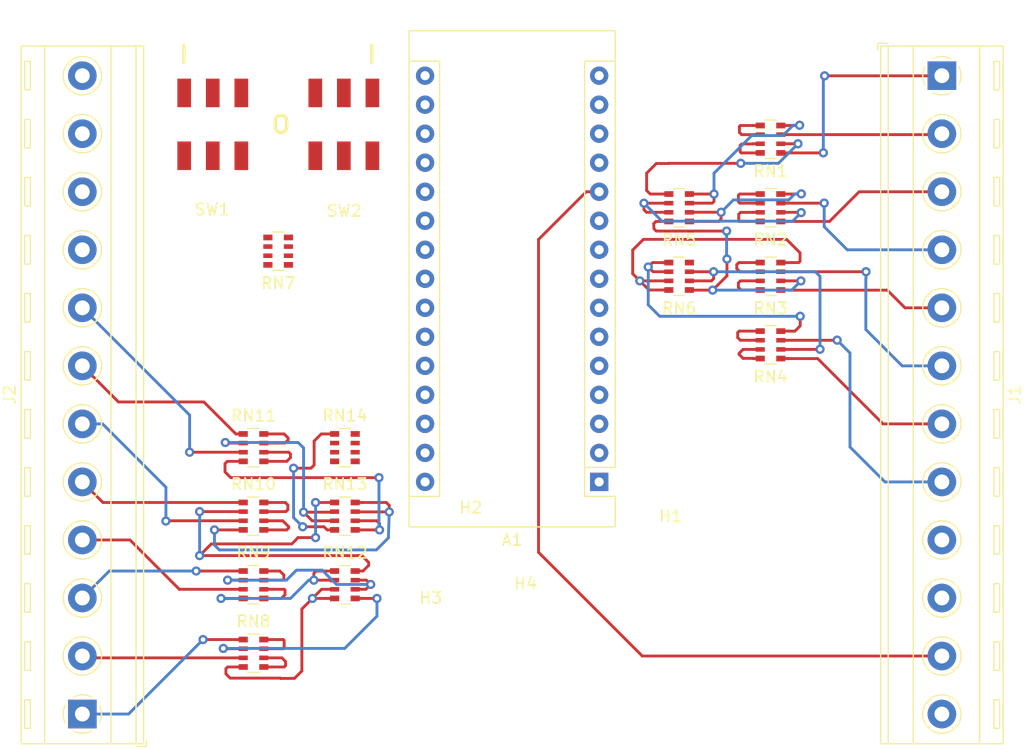
<source format=kicad_pcb>
(kicad_pcb (version 20171130) (host pcbnew "(5.1.5)-3")

  (general
    (thickness 1.6)
    (drawings 3)
    (tracks 395)
    (zones 0)
    (modules 23)
    (nets 88)
  )

  (page A4)
  (layers
    (0 F.Cu signal)
    (31 B.Cu signal)
    (32 B.Adhes user)
    (33 F.Adhes user)
    (34 B.Paste user)
    (35 F.Paste user)
    (36 B.SilkS user)
    (37 F.SilkS user)
    (38 B.Mask user)
    (39 F.Mask user)
    (40 Dwgs.User user)
    (41 Cmts.User user)
    (42 Eco1.User user)
    (43 Eco2.User user)
    (44 Edge.Cuts user)
    (45 Margin user)
    (46 B.CrtYd user)
    (47 F.CrtYd user)
    (48 B.Fab user)
    (49 F.Fab user hide)
  )

  (setup
    (last_trace_width 0.25)
    (trace_clearance 0.2)
    (zone_clearance 0.508)
    (zone_45_only no)
    (trace_min 0.2)
    (via_size 0.8)
    (via_drill 0.4)
    (via_min_size 0.4)
    (via_min_drill 0.3)
    (uvia_size 0.3)
    (uvia_drill 0.1)
    (uvias_allowed no)
    (uvia_min_size 0.2)
    (uvia_min_drill 0.1)
    (edge_width 0.05)
    (segment_width 0.2)
    (pcb_text_width 0.3)
    (pcb_text_size 1.5 1.5)
    (mod_edge_width 0.12)
    (mod_text_size 1 1)
    (mod_text_width 0.15)
    (pad_size 1.6 1.6)
    (pad_drill 0.8)
    (pad_to_mask_clearance 0.051)
    (solder_mask_min_width 0.25)
    (aux_axis_origin 0 0)
    (visible_elements 7FFFFFFF)
    (pcbplotparams
      (layerselection 0x010fc_ffffffff)
      (usegerberextensions false)
      (usegerberattributes false)
      (usegerberadvancedattributes false)
      (creategerberjobfile false)
      (excludeedgelayer true)
      (linewidth 0.100000)
      (plotframeref false)
      (viasonmask false)
      (mode 1)
      (useauxorigin false)
      (hpglpennumber 1)
      (hpglpenspeed 20)
      (hpglpendiameter 15.000000)
      (psnegative false)
      (psa4output false)
      (plotreference true)
      (plotvalue true)
      (plotinvisibletext false)
      (padsonsilk false)
      (subtractmaskfromsilk false)
      (outputformat 1)
      (mirror false)
      (drillshape 1)
      (scaleselection 1)
      (outputdirectory ""))
  )

  (net 0 "")
  (net 1 "Net-(A1-Pad1)")
  (net 2 "Net-(A1-Pad17)")
  (net 3 "Net-(A1-Pad2)")
  (net 4 "Net-(A1-Pad18)")
  (net 5 "Net-(A1-Pad3)")
  (net 6 A)
  (net 7 GND)
  (net 8 B)
  (net 9 "Net-(A1-Pad5)")
  (net 10 B09_O)
  (net 11 "Net-(A1-Pad6)")
  (net 12 Buttons_1)
  (net 13 "Net-(A1-Pad7)")
  (net 14 "Net-(A1-Pad23)")
  (net 15 "Net-(A1-Pad8)")
  (net 16 "Net-(A1-Pad24)")
  (net 17 "Net-(A1-Pad9)")
  (net 18 "Net-(A1-Pad25)")
  (net 19 "Net-(A1-Pad10)")
  (net 20 "Net-(A1-Pad26)")
  (net 21 D_OUT_0)
  (net 22 VCC)
  (net 23 D_OUT_1)
  (net 24 "Net-(A1-Pad28)")
  (net 25 "Net-(A1-Pad13)")
  (net 26 SW0)
  (net 27 "Net-(A1-Pad30)")
  (net 28 SW1)
  (net 29 "Net-(A1-Pad16)")
  (net 30 B1)
  (net 31 B2)
  (net 32 B3)
  (net 33 B4)
  (net 34 B5)
  (net 35 B6)
  (net 36 B7)
  (net 37 B8)
  (net 38 "Net-(J1-Pad12)")
  (net 39 "Net-(J2-Pad12)")
  (net 40 B16)
  (net 41 B15)
  (net 42 B14)
  (net 43 B13)
  (net 44 B12)
  (net 45 B11)
  (net 46 B10)
  (net 47 B09)
  (net 48 B3_O)
  (net 49 B5_O)
  (net 50 B7_O)
  (net 51 B4_O)
  (net 52 "Net-(RN7-Pad2)")
  (net 53 "Net-(RN6-Pad4)")
  (net 54 B11_O)
  (net 55 B13_O)
  (net 56 B15_O)
  (net 57 B12_O)
  (net 58 "Net-(RN14-Pad2)")
  (net 59 "Net-(RN13-Pad4)")
  (net 60 "Net-(RN1-Pad5)")
  (net 61 "Net-(RN1-Pad7)")
  (net 62 B2_O)
  (net 63 "Net-(RN2-Pad7)")
  (net 64 "Net-(RN2-Pad5)")
  (net 65 "Net-(RN3-Pad5)")
  (net 66 "Net-(RN3-Pad7)")
  (net 67 B6_O)
  (net 68 B8_O)
  (net 69 "Net-(RN4-Pad7)")
  (net 70 "Net-(RN4-Pad5)")
  (net 71 "Net-(RN7-Pad7)")
  (net 72 B10_O)
  (net 73 "Net-(RN8-Pad7)")
  (net 74 "Net-(RN8-Pad5)")
  (net 75 "Net-(RN9-Pad7)")
  (net 76 "Net-(RN9-Pad5)")
  (net 77 "Net-(RN10-Pad5)")
  (net 78 "Net-(RN10-Pad7)")
  (net 79 B14_O)
  (net 80 B16_O)
  (net 81 "Net-(RN11-Pad7)")
  (net 82 "Net-(RN11-Pad5)")
  (net 83 "Net-(RN14-Pad5)")
  (net 84 "Net-(RN14-Pad6)")
  (net 85 "Net-(RN14-Pad7)")
  (net 86 "Net-(RN14-Pad4)")
  (net 87 "Net-(RN14-Pad3)")

  (net_class Default "This is the default net class."
    (clearance 0.2)
    (trace_width 0.25)
    (via_dia 0.8)
    (via_drill 0.4)
    (uvia_dia 0.3)
    (uvia_drill 0.1)
    (add_net A)
    (add_net B)
    (add_net B09)
    (add_net B09_O)
    (add_net B1)
    (add_net B10)
    (add_net B10_O)
    (add_net B11)
    (add_net B11_O)
    (add_net B12)
    (add_net B12_O)
    (add_net B13)
    (add_net B13_O)
    (add_net B14)
    (add_net B14_O)
    (add_net B15)
    (add_net B15_O)
    (add_net B16)
    (add_net B16_O)
    (add_net B2)
    (add_net B2_O)
    (add_net B3)
    (add_net B3_O)
    (add_net B4)
    (add_net B4_O)
    (add_net B5)
    (add_net B5_O)
    (add_net B6)
    (add_net B6_O)
    (add_net B7)
    (add_net B7_O)
    (add_net B8)
    (add_net B8_O)
    (add_net Buttons_1)
    (add_net D_OUT_0)
    (add_net D_OUT_1)
    (add_net GND)
    (add_net "Net-(A1-Pad1)")
    (add_net "Net-(A1-Pad10)")
    (add_net "Net-(A1-Pad13)")
    (add_net "Net-(A1-Pad16)")
    (add_net "Net-(A1-Pad17)")
    (add_net "Net-(A1-Pad18)")
    (add_net "Net-(A1-Pad2)")
    (add_net "Net-(A1-Pad23)")
    (add_net "Net-(A1-Pad24)")
    (add_net "Net-(A1-Pad25)")
    (add_net "Net-(A1-Pad26)")
    (add_net "Net-(A1-Pad28)")
    (add_net "Net-(A1-Pad3)")
    (add_net "Net-(A1-Pad30)")
    (add_net "Net-(A1-Pad5)")
    (add_net "Net-(A1-Pad6)")
    (add_net "Net-(A1-Pad7)")
    (add_net "Net-(A1-Pad8)")
    (add_net "Net-(A1-Pad9)")
    (add_net "Net-(J1-Pad12)")
    (add_net "Net-(J2-Pad12)")
    (add_net "Net-(RN1-Pad5)")
    (add_net "Net-(RN1-Pad7)")
    (add_net "Net-(RN10-Pad5)")
    (add_net "Net-(RN10-Pad7)")
    (add_net "Net-(RN11-Pad5)")
    (add_net "Net-(RN11-Pad7)")
    (add_net "Net-(RN13-Pad4)")
    (add_net "Net-(RN14-Pad2)")
    (add_net "Net-(RN14-Pad3)")
    (add_net "Net-(RN14-Pad4)")
    (add_net "Net-(RN14-Pad5)")
    (add_net "Net-(RN14-Pad6)")
    (add_net "Net-(RN14-Pad7)")
    (add_net "Net-(RN2-Pad5)")
    (add_net "Net-(RN2-Pad7)")
    (add_net "Net-(RN3-Pad5)")
    (add_net "Net-(RN3-Pad7)")
    (add_net "Net-(RN4-Pad5)")
    (add_net "Net-(RN4-Pad7)")
    (add_net "Net-(RN6-Pad4)")
    (add_net "Net-(RN7-Pad2)")
    (add_net "Net-(RN7-Pad7)")
    (add_net "Net-(RN8-Pad5)")
    (add_net "Net-(RN8-Pad7)")
    (add_net "Net-(RN9-Pad5)")
    (add_net "Net-(RN9-Pad7)")
    (add_net SW0)
    (add_net SW1)
    (add_net VCC)
  )

  (module Module:Arduino_Nano (layer F.Cu) (tedit 5EFD3D74) (tstamp 5EFDDA07)
    (at 180 75 180)
    (descr "Arduino Nano, http://www.mouser.com/pdfdocs/Gravitech_Arduino_Nano3_0.pdf")
    (tags "Arduino Nano")
    (path /5EF8F476)
    (fp_text reference A1 (at 7.62 -5.08) (layer F.SilkS)
      (effects (font (size 1 1) (thickness 0.15)))
    )
    (fp_text value Arduino_Nano_v3.x (at 8.89 19.05 90) (layer F.Fab)
      (effects (font (size 1 1) (thickness 0.15)))
    )
    (fp_text user %R (at 6.35 19.05 90) (layer F.Fab)
      (effects (font (size 1 1) (thickness 0.15)))
    )
    (fp_line (start 1.27 1.27) (end 1.27 -1.27) (layer F.SilkS) (width 0.12))
    (fp_line (start 1.27 -1.27) (end -1.4 -1.27) (layer F.SilkS) (width 0.12))
    (fp_line (start -1.4 1.27) (end -1.4 39.5) (layer F.SilkS) (width 0.12))
    (fp_line (start -1.4 -3.94) (end -1.4 -1.27) (layer F.SilkS) (width 0.12))
    (fp_line (start 13.97 -1.27) (end 16.64 -1.27) (layer F.SilkS) (width 0.12))
    (fp_line (start 13.97 -1.27) (end 13.97 36.83) (layer F.SilkS) (width 0.12))
    (fp_line (start 13.97 36.83) (end 16.64 36.83) (layer F.SilkS) (width 0.12))
    (fp_line (start 1.27 1.27) (end -1.4 1.27) (layer F.SilkS) (width 0.12))
    (fp_line (start 1.27 1.27) (end 1.27 36.83) (layer F.SilkS) (width 0.12))
    (fp_line (start 1.27 36.83) (end -1.4 36.83) (layer F.SilkS) (width 0.12))
    (fp_line (start 3.81 31.75) (end 11.43 31.75) (layer F.Fab) (width 0.1))
    (fp_line (start 11.43 31.75) (end 11.43 41.91) (layer F.Fab) (width 0.1))
    (fp_line (start 11.43 41.91) (end 3.81 41.91) (layer F.Fab) (width 0.1))
    (fp_line (start 3.81 41.91) (end 3.81 31.75) (layer F.Fab) (width 0.1))
    (fp_line (start -1.4 39.5) (end 16.64 39.5) (layer F.SilkS) (width 0.12))
    (fp_line (start 16.64 39.5) (end 16.64 -3.94) (layer F.SilkS) (width 0.12))
    (fp_line (start 16.64 -3.94) (end -1.4 -3.94) (layer F.SilkS) (width 0.12))
    (fp_line (start 16.51 39.37) (end -1.27 39.37) (layer F.Fab) (width 0.1))
    (fp_line (start -1.27 39.37) (end -1.27 -2.54) (layer F.Fab) (width 0.1))
    (fp_line (start -1.27 -2.54) (end 0 -3.81) (layer F.Fab) (width 0.1))
    (fp_line (start 0 -3.81) (end 16.51 -3.81) (layer F.Fab) (width 0.1))
    (fp_line (start 16.51 -3.81) (end 16.51 39.37) (layer F.Fab) (width 0.1))
    (fp_line (start -1.53 -4.06) (end 16.75 -4.06) (layer F.CrtYd) (width 0.05))
    (fp_line (start -1.53 -4.06) (end -1.53 42.16) (layer F.CrtYd) (width 0.05))
    (fp_line (start 16.75 42.16) (end 16.75 -4.06) (layer F.CrtYd) (width 0.05))
    (fp_line (start 16.75 42.16) (end -1.53 42.16) (layer F.CrtYd) (width 0.05))
    (pad 1 thru_hole rect (at 0 0 180) (size 1.6 1.6) (drill 0.8) (layers *.Cu *.Mask)
      (net 1 "Net-(A1-Pad1)"))
    (pad 17 thru_hole oval (at 15.24 33.02 180) (size 1.6 1.6) (drill 0.8) (layers *.Cu *.Mask)
      (net 2 "Net-(A1-Pad17)"))
    (pad 2 thru_hole oval (at 0 2.54 180) (size 1.6 1.6) (drill 0.8) (layers *.Cu *.Mask)
      (net 3 "Net-(A1-Pad2)"))
    (pad 18 thru_hole oval (at 15.24 30.48 180) (size 1.6 1.6) (drill 0.8) (layers *.Cu *.Mask)
      (net 4 "Net-(A1-Pad18)"))
    (pad 3 thru_hole oval (at 0 5.08 180) (size 1.6 1.6) (drill 0.8) (layers *.Cu *.Mask)
      (net 5 "Net-(A1-Pad3)"))
    (pad 19 thru_hole oval (at 15.24 27.94 180) (size 1.6 1.6) (drill 0.8) (layers *.Cu *.Mask)
      (net 6 A))
    (pad 4 thru_hole oval (at 0 7.62 180) (size 1.6 1.6) (drill 0.8) (layers *.Cu *.Mask)
      (net 7 GND))
    (pad 20 thru_hole oval (at 15.24 25.4 180) (size 1.6 1.6) (drill 0.8) (layers *.Cu *.Mask)
      (net 8 B))
    (pad 5 thru_hole oval (at 0 10.16 180) (size 1.6 1.6) (drill 0.8) (layers *.Cu *.Mask)
      (net 9 "Net-(A1-Pad5)"))
    (pad 21 thru_hole oval (at 15.24 22.86 180) (size 1.6 1.6) (drill 0.8) (layers *.Cu *.Mask)
      (net 10 B09_O))
    (pad 6 thru_hole oval (at 0 12.7 180) (size 1.6 1.6) (drill 0.8) (layers *.Cu *.Mask)
      (net 11 "Net-(A1-Pad6)"))
    (pad 22 thru_hole oval (at 15.24 20.32 180) (size 1.6 1.6) (drill 0.8) (layers *.Cu *.Mask)
      (net 12 Buttons_1))
    (pad 7 thru_hole oval (at 0 15.24 180) (size 1.6 1.6) (drill 0.8) (layers *.Cu *.Mask)
      (net 13 "Net-(A1-Pad7)"))
    (pad 23 thru_hole oval (at 15.24 17.78 180) (size 1.6 1.6) (drill 0.8) (layers *.Cu *.Mask)
      (net 14 "Net-(A1-Pad23)"))
    (pad 8 thru_hole oval (at 0 17.78 180) (size 1.6 1.6) (drill 0.8) (layers *.Cu *.Mask)
      (net 15 "Net-(A1-Pad8)"))
    (pad 24 thru_hole oval (at 15.24 15.24 180) (size 1.6 1.6) (drill 0.8) (layers *.Cu *.Mask)
      (net 16 "Net-(A1-Pad24)"))
    (pad 9 thru_hole oval (at 0 20.32 180) (size 1.6 1.6) (drill 0.8) (layers *.Cu *.Mask)
      (net 17 "Net-(A1-Pad9)"))
    (pad 25 thru_hole oval (at 15.24 12.7 180) (size 1.6 1.6) (drill 0.8) (layers *.Cu *.Mask)
      (net 18 "Net-(A1-Pad25)"))
    (pad 10 thru_hole oval (at 0 22.86 180) (size 1.6 1.6) (drill 0.8) (layers *.Cu *.Mask)
      (net 19 "Net-(A1-Pad10)"))
    (pad 26 thru_hole oval (at 15.24 10.16 180) (size 1.6 1.6) (drill 0.8) (layers *.Cu *.Mask)
      (net 20 "Net-(A1-Pad26)"))
    (pad 11 thru_hole oval (at 0 25.4 180) (size 1.6 1.6) (drill 0.8) (layers *.Cu *.Mask)
      (net 21 D_OUT_0))
    (pad 27 thru_hole oval (at 15.24 7.62 180) (size 1.6 1.6) (drill 0.8) (layers *.Cu *.Mask)
      (net 22 VCC))
    (pad 12 thru_hole oval (at 0 27.94 180) (size 1.6 1.6) (drill 0.8) (layers *.Cu *.Mask)
      (net 23 D_OUT_1))
    (pad 28 thru_hole oval (at 15.24 5.08 180) (size 1.6 1.6) (drill 0.8) (layers *.Cu *.Mask)
      (net 24 "Net-(A1-Pad28)"))
    (pad 13 thru_hole oval (at 0 30.48 180) (size 1.6 1.6) (drill 0.8) (layers *.Cu *.Mask)
      (net 25 "Net-(A1-Pad13)"))
    (pad 29 thru_hole oval (at 15.24 2.54 180) (size 1.6 1.6) (drill 0.8) (layers *.Cu *.Mask)
      (net 7 GND))
    (pad 14 thru_hole oval (at 0 33.02 180) (size 1.6 1.6) (drill 0.8) (layers *.Cu *.Mask)
      (net 26 SW0))
    (pad 30 thru_hole oval (at 15.24 0 180) (size 1.6 1.6) (drill 0.8) (layers *.Cu *.Mask)
      (net 27 "Net-(A1-Pad30)"))
    (pad 15 thru_hole oval (at 0 35.56 180) (size 1.6 1.6) (drill 0.8) (layers *.Cu *.Mask)
      (net 28 SW1))
    (pad 16 thru_hole oval (at 15.24 35.56 180) (size 1.6 1.6) (drill 0.8) (layers *.Cu *.Mask)
      (net 29 "Net-(A1-Pad16)"))
    (model ${KISYS3DMOD}/Module.3dshapes/Arduino_Nano_WithMountingHoles.wrl
      (at (xyz 0 0 0))
      (scale (xyz 1 1 1))
      (rotate (xyz 0 0 0))
    )
  )

  (module MountingHole:MountingHole_3.2mm_M3 (layer F.Cu) (tedit 56D1B4CB) (tstamp 5EFDDA0F)
    (at 186.25 82.2)
    (descr "Mounting Hole 3.2mm, no annular, M3")
    (tags "mounting hole 3.2mm no annular m3")
    (path /5F0D097C)
    (attr virtual)
    (fp_text reference H1 (at 0 -4.2) (layer F.SilkS)
      (effects (font (size 1 1) (thickness 0.15)))
    )
    (fp_text value MountingHole (at 0 4.2) (layer F.Fab)
      (effects (font (size 1 1) (thickness 0.15)))
    )
    (fp_text user %R (at 0.3 0) (layer F.Fab)
      (effects (font (size 1 1) (thickness 0.15)))
    )
    (fp_circle (center 0 0) (end 3.2 0) (layer Cmts.User) (width 0.15))
    (fp_circle (center 0 0) (end 3.45 0) (layer F.CrtYd) (width 0.05))
    (pad 1 np_thru_hole circle (at 0 0) (size 3.2 3.2) (drill 3.2) (layers *.Cu *.Mask))
  )

  (module MountingHole:MountingHole_3.2mm_M3 (layer F.Cu) (tedit 56D1B4CB) (tstamp 5EFDDA17)
    (at 168.75 81.45)
    (descr "Mounting Hole 3.2mm, no annular, M3")
    (tags "mounting hole 3.2mm no annular m3")
    (path /5F0E5202)
    (attr virtual)
    (fp_text reference H2 (at 0 -4.2) (layer F.SilkS)
      (effects (font (size 1 1) (thickness 0.15)))
    )
    (fp_text value MountingHole (at 0 4.2) (layer F.Fab)
      (effects (font (size 1 1) (thickness 0.15)))
    )
    (fp_text user %R (at 0.3 0) (layer F.Fab)
      (effects (font (size 1 1) (thickness 0.15)))
    )
    (fp_circle (center 0 0) (end 3.2 0) (layer Cmts.User) (width 0.15))
    (fp_circle (center 0 0) (end 3.45 0) (layer F.CrtYd) (width 0.05))
    (pad 1 np_thru_hole circle (at 0 0) (size 3.2 3.2) (drill 3.2) (layers *.Cu *.Mask))
  )

  (module MountingHole:MountingHole_3.2mm_M3 (layer F.Cu) (tedit 56D1B4CB) (tstamp 5EFDDA1F)
    (at 165.25 89.35)
    (descr "Mounting Hole 3.2mm, no annular, M3")
    (tags "mounting hole 3.2mm no annular m3")
    (path /5F0DB260)
    (attr virtual)
    (fp_text reference H3 (at 0 -4.2) (layer F.SilkS)
      (effects (font (size 1 1) (thickness 0.15)))
    )
    (fp_text value MountingHole (at 0 4.2) (layer F.Fab)
      (effects (font (size 1 1) (thickness 0.15)))
    )
    (fp_circle (center 0 0) (end 3.45 0) (layer F.CrtYd) (width 0.05))
    (fp_circle (center 0 0) (end 3.2 0) (layer Cmts.User) (width 0.15))
    (fp_text user %R (at 0.3 0) (layer F.Fab)
      (effects (font (size 1 1) (thickness 0.15)))
    )
    (pad 1 np_thru_hole circle (at 0 0) (size 3.2 3.2) (drill 3.2) (layers *.Cu *.Mask))
  )

  (module MountingHole:MountingHole_3.2mm_M3 (layer F.Cu) (tedit 56D1B4CB) (tstamp 5EFDDA27)
    (at 173.55 88.1)
    (descr "Mounting Hole 3.2mm, no annular, M3")
    (tags "mounting hole 3.2mm no annular m3")
    (path /5F0EF136)
    (attr virtual)
    (fp_text reference H4 (at 0 -4.2) (layer F.SilkS)
      (effects (font (size 1 1) (thickness 0.15)))
    )
    (fp_text value MountingHole (at 0 4.2) (layer F.Fab)
      (effects (font (size 1 1) (thickness 0.15)))
    )
    (fp_circle (center 0 0) (end 3.45 0) (layer F.CrtYd) (width 0.05))
    (fp_circle (center 0 0) (end 3.2 0) (layer Cmts.User) (width 0.15))
    (fp_text user %R (at 0.3 0) (layer F.Fab)
      (effects (font (size 1 1) (thickness 0.15)))
    )
    (pad 1 np_thru_hole circle (at 0 0) (size 3.2 3.2) (drill 3.2) (layers *.Cu *.Mask))
  )

  (module TerminalBlock_RND:TerminalBlock_RND_205-00297_1x12_P5.08mm_Horizontal (layer F.Cu) (tedit 5B294EE1) (tstamp 5EFDDB0D)
    (at 210 39.44 270)
    (descr "terminal block RND 205-00297, 12 pins, pitch 5.08mm, size 61x10.6mm^2, drill diamater 1.3mm, pad diameter 2.5mm, see http://cdn-reichelt.de/documents/datenblatt/C151/RND_205-00287_DB_EN.pdf, script-generated using https://github.com/pointhi/kicad-footprint-generator/scripts/TerminalBlock_RND")
    (tags "THT terminal block RND 205-00297 pitch 5.08mm size 61x10.6mm^2 drill 1.3mm pad 2.5mm")
    (path /5EF9086D)
    (fp_text reference J1 (at 27.94 -6.36 90) (layer F.SilkS)
      (effects (font (size 1 1) (thickness 0.15)))
    )
    (fp_text value "Buttons 0" (at 27.94 6.36 90) (layer F.Fab)
      (effects (font (size 1 1) (thickness 0.15)))
    )
    (fp_arc (start 0 0) (end 0 1.68) (angle -28) (layer F.SilkS) (width 0.12))
    (fp_arc (start 0 0) (end 1.484 0.789) (angle -56) (layer F.SilkS) (width 0.12))
    (fp_arc (start 0 0) (end 0.789 -1.484) (angle -56) (layer F.SilkS) (width 0.12))
    (fp_arc (start 0 0) (end -1.484 -0.789) (angle -56) (layer F.SilkS) (width 0.12))
    (fp_arc (start 0 0) (end -0.789 1.484) (angle -29) (layer F.SilkS) (width 0.12))
    (fp_circle (center 0 0) (end 1.5 0) (layer F.Fab) (width 0.1))
    (fp_circle (center 5.08 0) (end 6.58 0) (layer F.Fab) (width 0.1))
    (fp_circle (center 5.08 0) (end 6.76 0) (layer F.SilkS) (width 0.12))
    (fp_circle (center 10.16 0) (end 11.66 0) (layer F.Fab) (width 0.1))
    (fp_circle (center 10.16 0) (end 11.84 0) (layer F.SilkS) (width 0.12))
    (fp_circle (center 15.24 0) (end 16.74 0) (layer F.Fab) (width 0.1))
    (fp_circle (center 15.24 0) (end 16.92 0) (layer F.SilkS) (width 0.12))
    (fp_circle (center 20.32 0) (end 21.82 0) (layer F.Fab) (width 0.1))
    (fp_circle (center 20.32 0) (end 22 0) (layer F.SilkS) (width 0.12))
    (fp_circle (center 25.4 0) (end 26.9 0) (layer F.Fab) (width 0.1))
    (fp_circle (center 25.4 0) (end 27.08 0) (layer F.SilkS) (width 0.12))
    (fp_circle (center 30.48 0) (end 31.98 0) (layer F.Fab) (width 0.1))
    (fp_circle (center 30.48 0) (end 32.16 0) (layer F.SilkS) (width 0.12))
    (fp_circle (center 35.56 0) (end 37.06 0) (layer F.Fab) (width 0.1))
    (fp_circle (center 35.56 0) (end 37.24 0) (layer F.SilkS) (width 0.12))
    (fp_circle (center 40.64 0) (end 42.14 0) (layer F.Fab) (width 0.1))
    (fp_circle (center 40.64 0) (end 42.32 0) (layer F.SilkS) (width 0.12))
    (fp_circle (center 45.72 0) (end 47.22 0) (layer F.Fab) (width 0.1))
    (fp_circle (center 45.72 0) (end 47.4 0) (layer F.SilkS) (width 0.12))
    (fp_circle (center 50.8 0) (end 52.3 0) (layer F.Fab) (width 0.1))
    (fp_circle (center 50.8 0) (end 52.48 0) (layer F.SilkS) (width 0.12))
    (fp_circle (center 55.88 0) (end 57.38 0) (layer F.Fab) (width 0.1))
    (fp_circle (center 55.88 0) (end 57.56 0) (layer F.SilkS) (width 0.12))
    (fp_line (start -2.54 -5.3) (end 58.42 -5.3) (layer F.Fab) (width 0.1))
    (fp_line (start 58.42 -5.3) (end 58.42 5.3) (layer F.Fab) (width 0.1))
    (fp_line (start 58.42 5.3) (end -1.94 5.3) (layer F.Fab) (width 0.1))
    (fp_line (start -1.94 5.3) (end -2.54 4.7) (layer F.Fab) (width 0.1))
    (fp_line (start -2.54 4.7) (end -2.54 -5.3) (layer F.Fab) (width 0.1))
    (fp_line (start -2.54 4.7) (end 58.42 4.7) (layer F.Fab) (width 0.1))
    (fp_line (start -2.6 4.7) (end 58.48 4.7) (layer F.SilkS) (width 0.12))
    (fp_line (start -2.54 2.5) (end 58.42 2.5) (layer F.Fab) (width 0.1))
    (fp_line (start -2.6 2.5) (end 58.48 2.5) (layer F.SilkS) (width 0.12))
    (fp_line (start -2.54 -3.3) (end 58.42 -3.3) (layer F.Fab) (width 0.1))
    (fp_line (start -2.6 -3.3) (end 58.48 -3.3) (layer F.SilkS) (width 0.12))
    (fp_line (start -2.6 -5.36) (end 58.48 -5.36) (layer F.SilkS) (width 0.12))
    (fp_line (start -2.6 5.36) (end 58.48 5.36) (layer F.SilkS) (width 0.12))
    (fp_line (start -2.6 -5.36) (end -2.6 5.36) (layer F.SilkS) (width 0.12))
    (fp_line (start 58.48 -5.36) (end 58.48 5.36) (layer F.SilkS) (width 0.12))
    (fp_line (start 1.138 -0.955) (end -0.955 1.138) (layer F.Fab) (width 0.1))
    (fp_line (start 0.955 -1.138) (end -1.138 0.955) (layer F.Fab) (width 0.1))
    (fp_line (start -1.25 -5.05) (end -1.25 -4.55) (layer F.Fab) (width 0.1))
    (fp_line (start -1.25 -4.55) (end 1.25 -4.55) (layer F.Fab) (width 0.1))
    (fp_line (start 1.25 -4.55) (end 1.25 -5.05) (layer F.Fab) (width 0.1))
    (fp_line (start 1.25 -5.05) (end -1.25 -5.05) (layer F.Fab) (width 0.1))
    (fp_line (start -1.25 -5.05) (end 1.25 -5.05) (layer F.SilkS) (width 0.12))
    (fp_line (start -1.25 -4.55) (end 1.25 -4.55) (layer F.SilkS) (width 0.12))
    (fp_line (start -1.25 -5.05) (end -1.25 -4.55) (layer F.SilkS) (width 0.12))
    (fp_line (start 1.25 -5.05) (end 1.25 -4.55) (layer F.SilkS) (width 0.12))
    (fp_line (start 6.218 -0.955) (end 4.126 1.138) (layer F.Fab) (width 0.1))
    (fp_line (start 6.035 -1.138) (end 3.943 0.955) (layer F.Fab) (width 0.1))
    (fp_line (start 6.355 -1.069) (end 6.261 -0.976) (layer F.SilkS) (width 0.12))
    (fp_line (start 4.07 1.216) (end 4.011 1.274) (layer F.SilkS) (width 0.12))
    (fp_line (start 6.15 -1.275) (end 6.091 -1.216) (layer F.SilkS) (width 0.12))
    (fp_line (start 3.9 0.976) (end 3.806 1.069) (layer F.SilkS) (width 0.12))
    (fp_line (start 3.83 -5.05) (end 3.83 -4.55) (layer F.Fab) (width 0.1))
    (fp_line (start 3.83 -4.55) (end 6.33 -4.55) (layer F.Fab) (width 0.1))
    (fp_line (start 6.33 -4.55) (end 6.33 -5.05) (layer F.Fab) (width 0.1))
    (fp_line (start 6.33 -5.05) (end 3.83 -5.05) (layer F.Fab) (width 0.1))
    (fp_line (start 3.83 -5.05) (end 6.33 -5.05) (layer F.SilkS) (width 0.12))
    (fp_line (start 3.83 -4.55) (end 6.33 -4.55) (layer F.SilkS) (width 0.12))
    (fp_line (start 3.83 -5.05) (end 3.83 -4.55) (layer F.SilkS) (width 0.12))
    (fp_line (start 6.33 -5.05) (end 6.33 -4.55) (layer F.SilkS) (width 0.12))
    (fp_line (start 11.298 -0.955) (end 9.206 1.138) (layer F.Fab) (width 0.1))
    (fp_line (start 11.115 -1.138) (end 9.023 0.955) (layer F.Fab) (width 0.1))
    (fp_line (start 11.435 -1.069) (end 11.341 -0.976) (layer F.SilkS) (width 0.12))
    (fp_line (start 9.15 1.216) (end 9.091 1.274) (layer F.SilkS) (width 0.12))
    (fp_line (start 11.23 -1.275) (end 11.171 -1.216) (layer F.SilkS) (width 0.12))
    (fp_line (start 8.98 0.976) (end 8.886 1.069) (layer F.SilkS) (width 0.12))
    (fp_line (start 8.91 -5.05) (end 8.91 -4.55) (layer F.Fab) (width 0.1))
    (fp_line (start 8.91 -4.55) (end 11.41 -4.55) (layer F.Fab) (width 0.1))
    (fp_line (start 11.41 -4.55) (end 11.41 -5.05) (layer F.Fab) (width 0.1))
    (fp_line (start 11.41 -5.05) (end 8.91 -5.05) (layer F.Fab) (width 0.1))
    (fp_line (start 8.91 -5.05) (end 11.41 -5.05) (layer F.SilkS) (width 0.12))
    (fp_line (start 8.91 -4.55) (end 11.41 -4.55) (layer F.SilkS) (width 0.12))
    (fp_line (start 8.91 -5.05) (end 8.91 -4.55) (layer F.SilkS) (width 0.12))
    (fp_line (start 11.41 -5.05) (end 11.41 -4.55) (layer F.SilkS) (width 0.12))
    (fp_line (start 16.378 -0.955) (end 14.286 1.138) (layer F.Fab) (width 0.1))
    (fp_line (start 16.195 -1.138) (end 14.103 0.955) (layer F.Fab) (width 0.1))
    (fp_line (start 16.515 -1.069) (end 16.421 -0.976) (layer F.SilkS) (width 0.12))
    (fp_line (start 14.23 1.216) (end 14.171 1.274) (layer F.SilkS) (width 0.12))
    (fp_line (start 16.31 -1.275) (end 16.251 -1.216) (layer F.SilkS) (width 0.12))
    (fp_line (start 14.06 0.976) (end 13.966 1.069) (layer F.SilkS) (width 0.12))
    (fp_line (start 13.99 -5.05) (end 13.99 -4.55) (layer F.Fab) (width 0.1))
    (fp_line (start 13.99 -4.55) (end 16.49 -4.55) (layer F.Fab) (width 0.1))
    (fp_line (start 16.49 -4.55) (end 16.49 -5.05) (layer F.Fab) (width 0.1))
    (fp_line (start 16.49 -5.05) (end 13.99 -5.05) (layer F.Fab) (width 0.1))
    (fp_line (start 13.99 -5.05) (end 16.49 -5.05) (layer F.SilkS) (width 0.12))
    (fp_line (start 13.99 -4.55) (end 16.49 -4.55) (layer F.SilkS) (width 0.12))
    (fp_line (start 13.99 -5.05) (end 13.99 -4.55) (layer F.SilkS) (width 0.12))
    (fp_line (start 16.49 -5.05) (end 16.49 -4.55) (layer F.SilkS) (width 0.12))
    (fp_line (start 21.458 -0.955) (end 19.366 1.138) (layer F.Fab) (width 0.1))
    (fp_line (start 21.275 -1.138) (end 19.183 0.955) (layer F.Fab) (width 0.1))
    (fp_line (start 21.595 -1.069) (end 21.501 -0.976) (layer F.SilkS) (width 0.12))
    (fp_line (start 19.31 1.216) (end 19.251 1.274) (layer F.SilkS) (width 0.12))
    (fp_line (start 21.39 -1.275) (end 21.331 -1.216) (layer F.SilkS) (width 0.12))
    (fp_line (start 19.14 0.976) (end 19.046 1.069) (layer F.SilkS) (width 0.12))
    (fp_line (start 19.07 -5.05) (end 19.07 -4.55) (layer F.Fab) (width 0.1))
    (fp_line (start 19.07 -4.55) (end 21.57 -4.55) (layer F.Fab) (width 0.1))
    (fp_line (start 21.57 -4.55) (end 21.57 -5.05) (layer F.Fab) (width 0.1))
    (fp_line (start 21.57 -5.05) (end 19.07 -5.05) (layer F.Fab) (width 0.1))
    (fp_line (start 19.07 -5.05) (end 21.57 -5.05) (layer F.SilkS) (width 0.12))
    (fp_line (start 19.07 -4.55) (end 21.57 -4.55) (layer F.SilkS) (width 0.12))
    (fp_line (start 19.07 -5.05) (end 19.07 -4.55) (layer F.SilkS) (width 0.12))
    (fp_line (start 21.57 -5.05) (end 21.57 -4.55) (layer F.SilkS) (width 0.12))
    (fp_line (start 26.538 -0.955) (end 24.446 1.138) (layer F.Fab) (width 0.1))
    (fp_line (start 26.355 -1.138) (end 24.263 0.955) (layer F.Fab) (width 0.1))
    (fp_line (start 26.675 -1.069) (end 26.581 -0.976) (layer F.SilkS) (width 0.12))
    (fp_line (start 24.39 1.216) (end 24.331 1.274) (layer F.SilkS) (width 0.12))
    (fp_line (start 26.47 -1.275) (end 26.411 -1.216) (layer F.SilkS) (width 0.12))
    (fp_line (start 24.22 0.976) (end 24.126 1.069) (layer F.SilkS) (width 0.12))
    (fp_line (start 24.15 -5.05) (end 24.15 -4.55) (layer F.Fab) (width 0.1))
    (fp_line (start 24.15 -4.55) (end 26.65 -4.55) (layer F.Fab) (width 0.1))
    (fp_line (start 26.65 -4.55) (end 26.65 -5.05) (layer F.Fab) (width 0.1))
    (fp_line (start 26.65 -5.05) (end 24.15 -5.05) (layer F.Fab) (width 0.1))
    (fp_line (start 24.15 -5.05) (end 26.65 -5.05) (layer F.SilkS) (width 0.12))
    (fp_line (start 24.15 -4.55) (end 26.65 -4.55) (layer F.SilkS) (width 0.12))
    (fp_line (start 24.15 -5.05) (end 24.15 -4.55) (layer F.SilkS) (width 0.12))
    (fp_line (start 26.65 -5.05) (end 26.65 -4.55) (layer F.SilkS) (width 0.12))
    (fp_line (start 31.618 -0.955) (end 29.526 1.138) (layer F.Fab) (width 0.1))
    (fp_line (start 31.435 -1.138) (end 29.343 0.955) (layer F.Fab) (width 0.1))
    (fp_line (start 31.755 -1.069) (end 31.661 -0.976) (layer F.SilkS) (width 0.12))
    (fp_line (start 29.47 1.216) (end 29.411 1.274) (layer F.SilkS) (width 0.12))
    (fp_line (start 31.55 -1.275) (end 31.491 -1.216) (layer F.SilkS) (width 0.12))
    (fp_line (start 29.3 0.976) (end 29.206 1.069) (layer F.SilkS) (width 0.12))
    (fp_line (start 29.23 -5.05) (end 29.23 -4.55) (layer F.Fab) (width 0.1))
    (fp_line (start 29.23 -4.55) (end 31.73 -4.55) (layer F.Fab) (width 0.1))
    (fp_line (start 31.73 -4.55) (end 31.73 -5.05) (layer F.Fab) (width 0.1))
    (fp_line (start 31.73 -5.05) (end 29.23 -5.05) (layer F.Fab) (width 0.1))
    (fp_line (start 29.23 -5.05) (end 31.73 -5.05) (layer F.SilkS) (width 0.12))
    (fp_line (start 29.23 -4.55) (end 31.73 -4.55) (layer F.SilkS) (width 0.12))
    (fp_line (start 29.23 -5.05) (end 29.23 -4.55) (layer F.SilkS) (width 0.12))
    (fp_line (start 31.73 -5.05) (end 31.73 -4.55) (layer F.SilkS) (width 0.12))
    (fp_line (start 36.698 -0.955) (end 34.606 1.138) (layer F.Fab) (width 0.1))
    (fp_line (start 36.515 -1.138) (end 34.423 0.955) (layer F.Fab) (width 0.1))
    (fp_line (start 36.835 -1.069) (end 36.741 -0.976) (layer F.SilkS) (width 0.12))
    (fp_line (start 34.55 1.216) (end 34.491 1.274) (layer F.SilkS) (width 0.12))
    (fp_line (start 36.63 -1.275) (end 36.571 -1.216) (layer F.SilkS) (width 0.12))
    (fp_line (start 34.38 0.976) (end 34.286 1.069) (layer F.SilkS) (width 0.12))
    (fp_line (start 34.31 -5.05) (end 34.31 -4.55) (layer F.Fab) (width 0.1))
    (fp_line (start 34.31 -4.55) (end 36.81 -4.55) (layer F.Fab) (width 0.1))
    (fp_line (start 36.81 -4.55) (end 36.81 -5.05) (layer F.Fab) (width 0.1))
    (fp_line (start 36.81 -5.05) (end 34.31 -5.05) (layer F.Fab) (width 0.1))
    (fp_line (start 34.31 -5.05) (end 36.81 -5.05) (layer F.SilkS) (width 0.12))
    (fp_line (start 34.31 -4.55) (end 36.81 -4.55) (layer F.SilkS) (width 0.12))
    (fp_line (start 34.31 -5.05) (end 34.31 -4.55) (layer F.SilkS) (width 0.12))
    (fp_line (start 36.81 -5.05) (end 36.81 -4.55) (layer F.SilkS) (width 0.12))
    (fp_line (start 41.778 -0.955) (end 39.686 1.138) (layer F.Fab) (width 0.1))
    (fp_line (start 41.595 -1.138) (end 39.503 0.955) (layer F.Fab) (width 0.1))
    (fp_line (start 41.915 -1.069) (end 41.821 -0.976) (layer F.SilkS) (width 0.12))
    (fp_line (start 39.63 1.216) (end 39.571 1.274) (layer F.SilkS) (width 0.12))
    (fp_line (start 41.71 -1.275) (end 41.651 -1.216) (layer F.SilkS) (width 0.12))
    (fp_line (start 39.46 0.976) (end 39.366 1.069) (layer F.SilkS) (width 0.12))
    (fp_line (start 39.39 -5.05) (end 39.39 -4.55) (layer F.Fab) (width 0.1))
    (fp_line (start 39.39 -4.55) (end 41.89 -4.55) (layer F.Fab) (width 0.1))
    (fp_line (start 41.89 -4.55) (end 41.89 -5.05) (layer F.Fab) (width 0.1))
    (fp_line (start 41.89 -5.05) (end 39.39 -5.05) (layer F.Fab) (width 0.1))
    (fp_line (start 39.39 -5.05) (end 41.89 -5.05) (layer F.SilkS) (width 0.12))
    (fp_line (start 39.39 -4.55) (end 41.89 -4.55) (layer F.SilkS) (width 0.12))
    (fp_line (start 39.39 -5.05) (end 39.39 -4.55) (layer F.SilkS) (width 0.12))
    (fp_line (start 41.89 -5.05) (end 41.89 -4.55) (layer F.SilkS) (width 0.12))
    (fp_line (start 46.858 -0.955) (end 44.766 1.138) (layer F.Fab) (width 0.1))
    (fp_line (start 46.675 -1.138) (end 44.583 0.955) (layer F.Fab) (width 0.1))
    (fp_line (start 46.995 -1.069) (end 46.901 -0.976) (layer F.SilkS) (width 0.12))
    (fp_line (start 44.71 1.216) (end 44.651 1.274) (layer F.SilkS) (width 0.12))
    (fp_line (start 46.79 -1.275) (end 46.731 -1.216) (layer F.SilkS) (width 0.12))
    (fp_line (start 44.54 0.976) (end 44.446 1.069) (layer F.SilkS) (width 0.12))
    (fp_line (start 44.47 -5.05) (end 44.47 -4.55) (layer F.Fab) (width 0.1))
    (fp_line (start 44.47 -4.55) (end 46.97 -4.55) (layer F.Fab) (width 0.1))
    (fp_line (start 46.97 -4.55) (end 46.97 -5.05) (layer F.Fab) (width 0.1))
    (fp_line (start 46.97 -5.05) (end 44.47 -5.05) (layer F.Fab) (width 0.1))
    (fp_line (start 44.47 -5.05) (end 46.97 -5.05) (layer F.SilkS) (width 0.12))
    (fp_line (start 44.47 -4.55) (end 46.97 -4.55) (layer F.SilkS) (width 0.12))
    (fp_line (start 44.47 -5.05) (end 44.47 -4.55) (layer F.SilkS) (width 0.12))
    (fp_line (start 46.97 -5.05) (end 46.97 -4.55) (layer F.SilkS) (width 0.12))
    (fp_line (start 51.938 -0.955) (end 49.846 1.138) (layer F.Fab) (width 0.1))
    (fp_line (start 51.755 -1.138) (end 49.663 0.955) (layer F.Fab) (width 0.1))
    (fp_line (start 52.075 -1.069) (end 51.981 -0.976) (layer F.SilkS) (width 0.12))
    (fp_line (start 49.79 1.216) (end 49.731 1.274) (layer F.SilkS) (width 0.12))
    (fp_line (start 51.87 -1.275) (end 51.811 -1.216) (layer F.SilkS) (width 0.12))
    (fp_line (start 49.62 0.976) (end 49.526 1.069) (layer F.SilkS) (width 0.12))
    (fp_line (start 49.55 -5.05) (end 49.55 -4.55) (layer F.Fab) (width 0.1))
    (fp_line (start 49.55 -4.55) (end 52.05 -4.55) (layer F.Fab) (width 0.1))
    (fp_line (start 52.05 -4.55) (end 52.05 -5.05) (layer F.Fab) (width 0.1))
    (fp_line (start 52.05 -5.05) (end 49.55 -5.05) (layer F.Fab) (width 0.1))
    (fp_line (start 49.55 -5.05) (end 52.05 -5.05) (layer F.SilkS) (width 0.12))
    (fp_line (start 49.55 -4.55) (end 52.05 -4.55) (layer F.SilkS) (width 0.12))
    (fp_line (start 49.55 -5.05) (end 49.55 -4.55) (layer F.SilkS) (width 0.12))
    (fp_line (start 52.05 -5.05) (end 52.05 -4.55) (layer F.SilkS) (width 0.12))
    (fp_line (start 57.018 -0.955) (end 54.926 1.138) (layer F.Fab) (width 0.1))
    (fp_line (start 56.835 -1.138) (end 54.743 0.955) (layer F.Fab) (width 0.1))
    (fp_line (start 57.155 -1.069) (end 57.061 -0.976) (layer F.SilkS) (width 0.12))
    (fp_line (start 54.87 1.216) (end 54.811 1.274) (layer F.SilkS) (width 0.12))
    (fp_line (start 56.95 -1.275) (end 56.891 -1.216) (layer F.SilkS) (width 0.12))
    (fp_line (start 54.7 0.976) (end 54.606 1.069) (layer F.SilkS) (width 0.12))
    (fp_line (start 54.63 -5.05) (end 54.63 -4.55) (layer F.Fab) (width 0.1))
    (fp_line (start 54.63 -4.55) (end 57.13 -4.55) (layer F.Fab) (width 0.1))
    (fp_line (start 57.13 -4.55) (end 57.13 -5.05) (layer F.Fab) (width 0.1))
    (fp_line (start 57.13 -5.05) (end 54.63 -5.05) (layer F.Fab) (width 0.1))
    (fp_line (start 54.63 -5.05) (end 57.13 -5.05) (layer F.SilkS) (width 0.12))
    (fp_line (start 54.63 -4.55) (end 57.13 -4.55) (layer F.SilkS) (width 0.12))
    (fp_line (start 54.63 -5.05) (end 54.63 -4.55) (layer F.SilkS) (width 0.12))
    (fp_line (start 57.13 -5.05) (end 57.13 -4.55) (layer F.SilkS) (width 0.12))
    (fp_line (start -2.84 4.76) (end -2.84 5.6) (layer F.SilkS) (width 0.12))
    (fp_line (start -2.84 5.6) (end -2.24 5.6) (layer F.SilkS) (width 0.12))
    (fp_line (start -3.04 -5.8) (end -3.04 5.8) (layer F.CrtYd) (width 0.05))
    (fp_line (start -3.04 5.8) (end 58.92 5.8) (layer F.CrtYd) (width 0.05))
    (fp_line (start 58.92 5.8) (end 58.92 -5.8) (layer F.CrtYd) (width 0.05))
    (fp_line (start 58.92 -5.8) (end -3.04 -5.8) (layer F.CrtYd) (width 0.05))
    (fp_text user %R (at 27.94 -6.36 90) (layer F.Fab)
      (effects (font (size 1 1) (thickness 0.15)))
    )
    (pad 1 thru_hole rect (at 0 0 270) (size 2.5 2.5) (drill 1.3) (layers *.Cu *.Mask)
      (net 30 B1))
    (pad 2 thru_hole circle (at 5.08 0 270) (size 2.5 2.5) (drill 1.3) (layers *.Cu *.Mask)
      (net 31 B2))
    (pad 3 thru_hole circle (at 10.16 0 270) (size 2.5 2.5) (drill 1.3) (layers *.Cu *.Mask)
      (net 32 B3))
    (pad 4 thru_hole circle (at 15.24 0 270) (size 2.5 2.5) (drill 1.3) (layers *.Cu *.Mask)
      (net 33 B4))
    (pad 5 thru_hole circle (at 20.32 0 270) (size 2.5 2.5) (drill 1.3) (layers *.Cu *.Mask)
      (net 34 B5))
    (pad 6 thru_hole circle (at 25.4 0 270) (size 2.5 2.5) (drill 1.3) (layers *.Cu *.Mask)
      (net 35 B6))
    (pad 7 thru_hole circle (at 30.48 0 270) (size 2.5 2.5) (drill 1.3) (layers *.Cu *.Mask)
      (net 36 B7))
    (pad 8 thru_hole circle (at 35.56 0 270) (size 2.5 2.5) (drill 1.3) (layers *.Cu *.Mask)
      (net 37 B8))
    (pad 9 thru_hole circle (at 40.64 0 270) (size 2.5 2.5) (drill 1.3) (layers *.Cu *.Mask)
      (net 22 VCC))
    (pad 10 thru_hole circle (at 45.72 0 270) (size 2.5 2.5) (drill 1.3) (layers *.Cu *.Mask)
      (net 7 GND))
    (pad 11 thru_hole circle (at 50.8 0 270) (size 2.5 2.5) (drill 1.3) (layers *.Cu *.Mask)
      (net 21 D_OUT_0))
    (pad 12 thru_hole circle (at 55.88 0 270) (size 2.5 2.5) (drill 1.3) (layers *.Cu *.Mask)
      (net 38 "Net-(J1-Pad12)"))
    (model ${KISYS3DMOD}/TerminalBlock_RND.3dshapes/TerminalBlock_RND_205-00297_1x12_P5.08mm_Horizontal.wrl
      (at (xyz 0 0 0))
      (scale (xyz 1 1 1))
      (rotate (xyz 0 0 0))
    )
  )

  (module TerminalBlock_RND:TerminalBlock_RND_205-00297_1x12_P5.08mm_Horizontal (layer F.Cu) (tedit 5B294EE1) (tstamp 5EFDDBF3)
    (at 134.76 95.32 90)
    (descr "terminal block RND 205-00297, 12 pins, pitch 5.08mm, size 61x10.6mm^2, drill diamater 1.3mm, pad diameter 2.5mm, see http://cdn-reichelt.de/documents/datenblatt/C151/RND_205-00287_DB_EN.pdf, script-generated using https://github.com/pointhi/kicad-footprint-generator/scripts/TerminalBlock_RND")
    (tags "THT terminal block RND 205-00297 pitch 5.08mm size 61x10.6mm^2 drill 1.3mm pad 2.5mm")
    (path /5EF93ABF)
    (fp_text reference J2 (at 27.94 -6.36 90) (layer F.SilkS)
      (effects (font (size 1 1) (thickness 0.15)))
    )
    (fp_text value "Buttons 1" (at 27.94 6.36 90) (layer F.Fab)
      (effects (font (size 1 1) (thickness 0.15)))
    )
    (fp_text user %R (at 27.94 -6.36 90) (layer F.Fab)
      (effects (font (size 1 1) (thickness 0.15)))
    )
    (fp_line (start 58.92 -5.8) (end -3.04 -5.8) (layer F.CrtYd) (width 0.05))
    (fp_line (start 58.92 5.8) (end 58.92 -5.8) (layer F.CrtYd) (width 0.05))
    (fp_line (start -3.04 5.8) (end 58.92 5.8) (layer F.CrtYd) (width 0.05))
    (fp_line (start -3.04 -5.8) (end -3.04 5.8) (layer F.CrtYd) (width 0.05))
    (fp_line (start -2.84 5.6) (end -2.24 5.6) (layer F.SilkS) (width 0.12))
    (fp_line (start -2.84 4.76) (end -2.84 5.6) (layer F.SilkS) (width 0.12))
    (fp_line (start 57.13 -5.05) (end 57.13 -4.55) (layer F.SilkS) (width 0.12))
    (fp_line (start 54.63 -5.05) (end 54.63 -4.55) (layer F.SilkS) (width 0.12))
    (fp_line (start 54.63 -4.55) (end 57.13 -4.55) (layer F.SilkS) (width 0.12))
    (fp_line (start 54.63 -5.05) (end 57.13 -5.05) (layer F.SilkS) (width 0.12))
    (fp_line (start 57.13 -5.05) (end 54.63 -5.05) (layer F.Fab) (width 0.1))
    (fp_line (start 57.13 -4.55) (end 57.13 -5.05) (layer F.Fab) (width 0.1))
    (fp_line (start 54.63 -4.55) (end 57.13 -4.55) (layer F.Fab) (width 0.1))
    (fp_line (start 54.63 -5.05) (end 54.63 -4.55) (layer F.Fab) (width 0.1))
    (fp_line (start 54.7 0.976) (end 54.606 1.069) (layer F.SilkS) (width 0.12))
    (fp_line (start 56.95 -1.275) (end 56.891 -1.216) (layer F.SilkS) (width 0.12))
    (fp_line (start 54.87 1.216) (end 54.811 1.274) (layer F.SilkS) (width 0.12))
    (fp_line (start 57.155 -1.069) (end 57.061 -0.976) (layer F.SilkS) (width 0.12))
    (fp_line (start 56.835 -1.138) (end 54.743 0.955) (layer F.Fab) (width 0.1))
    (fp_line (start 57.018 -0.955) (end 54.926 1.138) (layer F.Fab) (width 0.1))
    (fp_line (start 52.05 -5.05) (end 52.05 -4.55) (layer F.SilkS) (width 0.12))
    (fp_line (start 49.55 -5.05) (end 49.55 -4.55) (layer F.SilkS) (width 0.12))
    (fp_line (start 49.55 -4.55) (end 52.05 -4.55) (layer F.SilkS) (width 0.12))
    (fp_line (start 49.55 -5.05) (end 52.05 -5.05) (layer F.SilkS) (width 0.12))
    (fp_line (start 52.05 -5.05) (end 49.55 -5.05) (layer F.Fab) (width 0.1))
    (fp_line (start 52.05 -4.55) (end 52.05 -5.05) (layer F.Fab) (width 0.1))
    (fp_line (start 49.55 -4.55) (end 52.05 -4.55) (layer F.Fab) (width 0.1))
    (fp_line (start 49.55 -5.05) (end 49.55 -4.55) (layer F.Fab) (width 0.1))
    (fp_line (start 49.62 0.976) (end 49.526 1.069) (layer F.SilkS) (width 0.12))
    (fp_line (start 51.87 -1.275) (end 51.811 -1.216) (layer F.SilkS) (width 0.12))
    (fp_line (start 49.79 1.216) (end 49.731 1.274) (layer F.SilkS) (width 0.12))
    (fp_line (start 52.075 -1.069) (end 51.981 -0.976) (layer F.SilkS) (width 0.12))
    (fp_line (start 51.755 -1.138) (end 49.663 0.955) (layer F.Fab) (width 0.1))
    (fp_line (start 51.938 -0.955) (end 49.846 1.138) (layer F.Fab) (width 0.1))
    (fp_line (start 46.97 -5.05) (end 46.97 -4.55) (layer F.SilkS) (width 0.12))
    (fp_line (start 44.47 -5.05) (end 44.47 -4.55) (layer F.SilkS) (width 0.12))
    (fp_line (start 44.47 -4.55) (end 46.97 -4.55) (layer F.SilkS) (width 0.12))
    (fp_line (start 44.47 -5.05) (end 46.97 -5.05) (layer F.SilkS) (width 0.12))
    (fp_line (start 46.97 -5.05) (end 44.47 -5.05) (layer F.Fab) (width 0.1))
    (fp_line (start 46.97 -4.55) (end 46.97 -5.05) (layer F.Fab) (width 0.1))
    (fp_line (start 44.47 -4.55) (end 46.97 -4.55) (layer F.Fab) (width 0.1))
    (fp_line (start 44.47 -5.05) (end 44.47 -4.55) (layer F.Fab) (width 0.1))
    (fp_line (start 44.54 0.976) (end 44.446 1.069) (layer F.SilkS) (width 0.12))
    (fp_line (start 46.79 -1.275) (end 46.731 -1.216) (layer F.SilkS) (width 0.12))
    (fp_line (start 44.71 1.216) (end 44.651 1.274) (layer F.SilkS) (width 0.12))
    (fp_line (start 46.995 -1.069) (end 46.901 -0.976) (layer F.SilkS) (width 0.12))
    (fp_line (start 46.675 -1.138) (end 44.583 0.955) (layer F.Fab) (width 0.1))
    (fp_line (start 46.858 -0.955) (end 44.766 1.138) (layer F.Fab) (width 0.1))
    (fp_line (start 41.89 -5.05) (end 41.89 -4.55) (layer F.SilkS) (width 0.12))
    (fp_line (start 39.39 -5.05) (end 39.39 -4.55) (layer F.SilkS) (width 0.12))
    (fp_line (start 39.39 -4.55) (end 41.89 -4.55) (layer F.SilkS) (width 0.12))
    (fp_line (start 39.39 -5.05) (end 41.89 -5.05) (layer F.SilkS) (width 0.12))
    (fp_line (start 41.89 -5.05) (end 39.39 -5.05) (layer F.Fab) (width 0.1))
    (fp_line (start 41.89 -4.55) (end 41.89 -5.05) (layer F.Fab) (width 0.1))
    (fp_line (start 39.39 -4.55) (end 41.89 -4.55) (layer F.Fab) (width 0.1))
    (fp_line (start 39.39 -5.05) (end 39.39 -4.55) (layer F.Fab) (width 0.1))
    (fp_line (start 39.46 0.976) (end 39.366 1.069) (layer F.SilkS) (width 0.12))
    (fp_line (start 41.71 -1.275) (end 41.651 -1.216) (layer F.SilkS) (width 0.12))
    (fp_line (start 39.63 1.216) (end 39.571 1.274) (layer F.SilkS) (width 0.12))
    (fp_line (start 41.915 -1.069) (end 41.821 -0.976) (layer F.SilkS) (width 0.12))
    (fp_line (start 41.595 -1.138) (end 39.503 0.955) (layer F.Fab) (width 0.1))
    (fp_line (start 41.778 -0.955) (end 39.686 1.138) (layer F.Fab) (width 0.1))
    (fp_line (start 36.81 -5.05) (end 36.81 -4.55) (layer F.SilkS) (width 0.12))
    (fp_line (start 34.31 -5.05) (end 34.31 -4.55) (layer F.SilkS) (width 0.12))
    (fp_line (start 34.31 -4.55) (end 36.81 -4.55) (layer F.SilkS) (width 0.12))
    (fp_line (start 34.31 -5.05) (end 36.81 -5.05) (layer F.SilkS) (width 0.12))
    (fp_line (start 36.81 -5.05) (end 34.31 -5.05) (layer F.Fab) (width 0.1))
    (fp_line (start 36.81 -4.55) (end 36.81 -5.05) (layer F.Fab) (width 0.1))
    (fp_line (start 34.31 -4.55) (end 36.81 -4.55) (layer F.Fab) (width 0.1))
    (fp_line (start 34.31 -5.05) (end 34.31 -4.55) (layer F.Fab) (width 0.1))
    (fp_line (start 34.38 0.976) (end 34.286 1.069) (layer F.SilkS) (width 0.12))
    (fp_line (start 36.63 -1.275) (end 36.571 -1.216) (layer F.SilkS) (width 0.12))
    (fp_line (start 34.55 1.216) (end 34.491 1.274) (layer F.SilkS) (width 0.12))
    (fp_line (start 36.835 -1.069) (end 36.741 -0.976) (layer F.SilkS) (width 0.12))
    (fp_line (start 36.515 -1.138) (end 34.423 0.955) (layer F.Fab) (width 0.1))
    (fp_line (start 36.698 -0.955) (end 34.606 1.138) (layer F.Fab) (width 0.1))
    (fp_line (start 31.73 -5.05) (end 31.73 -4.55) (layer F.SilkS) (width 0.12))
    (fp_line (start 29.23 -5.05) (end 29.23 -4.55) (layer F.SilkS) (width 0.12))
    (fp_line (start 29.23 -4.55) (end 31.73 -4.55) (layer F.SilkS) (width 0.12))
    (fp_line (start 29.23 -5.05) (end 31.73 -5.05) (layer F.SilkS) (width 0.12))
    (fp_line (start 31.73 -5.05) (end 29.23 -5.05) (layer F.Fab) (width 0.1))
    (fp_line (start 31.73 -4.55) (end 31.73 -5.05) (layer F.Fab) (width 0.1))
    (fp_line (start 29.23 -4.55) (end 31.73 -4.55) (layer F.Fab) (width 0.1))
    (fp_line (start 29.23 -5.05) (end 29.23 -4.55) (layer F.Fab) (width 0.1))
    (fp_line (start 29.3 0.976) (end 29.206 1.069) (layer F.SilkS) (width 0.12))
    (fp_line (start 31.55 -1.275) (end 31.491 -1.216) (layer F.SilkS) (width 0.12))
    (fp_line (start 29.47 1.216) (end 29.411 1.274) (layer F.SilkS) (width 0.12))
    (fp_line (start 31.755 -1.069) (end 31.661 -0.976) (layer F.SilkS) (width 0.12))
    (fp_line (start 31.435 -1.138) (end 29.343 0.955) (layer F.Fab) (width 0.1))
    (fp_line (start 31.618 -0.955) (end 29.526 1.138) (layer F.Fab) (width 0.1))
    (fp_line (start 26.65 -5.05) (end 26.65 -4.55) (layer F.SilkS) (width 0.12))
    (fp_line (start 24.15 -5.05) (end 24.15 -4.55) (layer F.SilkS) (width 0.12))
    (fp_line (start 24.15 -4.55) (end 26.65 -4.55) (layer F.SilkS) (width 0.12))
    (fp_line (start 24.15 -5.05) (end 26.65 -5.05) (layer F.SilkS) (width 0.12))
    (fp_line (start 26.65 -5.05) (end 24.15 -5.05) (layer F.Fab) (width 0.1))
    (fp_line (start 26.65 -4.55) (end 26.65 -5.05) (layer F.Fab) (width 0.1))
    (fp_line (start 24.15 -4.55) (end 26.65 -4.55) (layer F.Fab) (width 0.1))
    (fp_line (start 24.15 -5.05) (end 24.15 -4.55) (layer F.Fab) (width 0.1))
    (fp_line (start 24.22 0.976) (end 24.126 1.069) (layer F.SilkS) (width 0.12))
    (fp_line (start 26.47 -1.275) (end 26.411 -1.216) (layer F.SilkS) (width 0.12))
    (fp_line (start 24.39 1.216) (end 24.331 1.274) (layer F.SilkS) (width 0.12))
    (fp_line (start 26.675 -1.069) (end 26.581 -0.976) (layer F.SilkS) (width 0.12))
    (fp_line (start 26.355 -1.138) (end 24.263 0.955) (layer F.Fab) (width 0.1))
    (fp_line (start 26.538 -0.955) (end 24.446 1.138) (layer F.Fab) (width 0.1))
    (fp_line (start 21.57 -5.05) (end 21.57 -4.55) (layer F.SilkS) (width 0.12))
    (fp_line (start 19.07 -5.05) (end 19.07 -4.55) (layer F.SilkS) (width 0.12))
    (fp_line (start 19.07 -4.55) (end 21.57 -4.55) (layer F.SilkS) (width 0.12))
    (fp_line (start 19.07 -5.05) (end 21.57 -5.05) (layer F.SilkS) (width 0.12))
    (fp_line (start 21.57 -5.05) (end 19.07 -5.05) (layer F.Fab) (width 0.1))
    (fp_line (start 21.57 -4.55) (end 21.57 -5.05) (layer F.Fab) (width 0.1))
    (fp_line (start 19.07 -4.55) (end 21.57 -4.55) (layer F.Fab) (width 0.1))
    (fp_line (start 19.07 -5.05) (end 19.07 -4.55) (layer F.Fab) (width 0.1))
    (fp_line (start 19.14 0.976) (end 19.046 1.069) (layer F.SilkS) (width 0.12))
    (fp_line (start 21.39 -1.275) (end 21.331 -1.216) (layer F.SilkS) (width 0.12))
    (fp_line (start 19.31 1.216) (end 19.251 1.274) (layer F.SilkS) (width 0.12))
    (fp_line (start 21.595 -1.069) (end 21.501 -0.976) (layer F.SilkS) (width 0.12))
    (fp_line (start 21.275 -1.138) (end 19.183 0.955) (layer F.Fab) (width 0.1))
    (fp_line (start 21.458 -0.955) (end 19.366 1.138) (layer F.Fab) (width 0.1))
    (fp_line (start 16.49 -5.05) (end 16.49 -4.55) (layer F.SilkS) (width 0.12))
    (fp_line (start 13.99 -5.05) (end 13.99 -4.55) (layer F.SilkS) (width 0.12))
    (fp_line (start 13.99 -4.55) (end 16.49 -4.55) (layer F.SilkS) (width 0.12))
    (fp_line (start 13.99 -5.05) (end 16.49 -5.05) (layer F.SilkS) (width 0.12))
    (fp_line (start 16.49 -5.05) (end 13.99 -5.05) (layer F.Fab) (width 0.1))
    (fp_line (start 16.49 -4.55) (end 16.49 -5.05) (layer F.Fab) (width 0.1))
    (fp_line (start 13.99 -4.55) (end 16.49 -4.55) (layer F.Fab) (width 0.1))
    (fp_line (start 13.99 -5.05) (end 13.99 -4.55) (layer F.Fab) (width 0.1))
    (fp_line (start 14.06 0.976) (end 13.966 1.069) (layer F.SilkS) (width 0.12))
    (fp_line (start 16.31 -1.275) (end 16.251 -1.216) (layer F.SilkS) (width 0.12))
    (fp_line (start 14.23 1.216) (end 14.171 1.274) (layer F.SilkS) (width 0.12))
    (fp_line (start 16.515 -1.069) (end 16.421 -0.976) (layer F.SilkS) (width 0.12))
    (fp_line (start 16.195 -1.138) (end 14.103 0.955) (layer F.Fab) (width 0.1))
    (fp_line (start 16.378 -0.955) (end 14.286 1.138) (layer F.Fab) (width 0.1))
    (fp_line (start 11.41 -5.05) (end 11.41 -4.55) (layer F.SilkS) (width 0.12))
    (fp_line (start 8.91 -5.05) (end 8.91 -4.55) (layer F.SilkS) (width 0.12))
    (fp_line (start 8.91 -4.55) (end 11.41 -4.55) (layer F.SilkS) (width 0.12))
    (fp_line (start 8.91 -5.05) (end 11.41 -5.05) (layer F.SilkS) (width 0.12))
    (fp_line (start 11.41 -5.05) (end 8.91 -5.05) (layer F.Fab) (width 0.1))
    (fp_line (start 11.41 -4.55) (end 11.41 -5.05) (layer F.Fab) (width 0.1))
    (fp_line (start 8.91 -4.55) (end 11.41 -4.55) (layer F.Fab) (width 0.1))
    (fp_line (start 8.91 -5.05) (end 8.91 -4.55) (layer F.Fab) (width 0.1))
    (fp_line (start 8.98 0.976) (end 8.886 1.069) (layer F.SilkS) (width 0.12))
    (fp_line (start 11.23 -1.275) (end 11.171 -1.216) (layer F.SilkS) (width 0.12))
    (fp_line (start 9.15 1.216) (end 9.091 1.274) (layer F.SilkS) (width 0.12))
    (fp_line (start 11.435 -1.069) (end 11.341 -0.976) (layer F.SilkS) (width 0.12))
    (fp_line (start 11.115 -1.138) (end 9.023 0.955) (layer F.Fab) (width 0.1))
    (fp_line (start 11.298 -0.955) (end 9.206 1.138) (layer F.Fab) (width 0.1))
    (fp_line (start 6.33 -5.05) (end 6.33 -4.55) (layer F.SilkS) (width 0.12))
    (fp_line (start 3.83 -5.05) (end 3.83 -4.55) (layer F.SilkS) (width 0.12))
    (fp_line (start 3.83 -4.55) (end 6.33 -4.55) (layer F.SilkS) (width 0.12))
    (fp_line (start 3.83 -5.05) (end 6.33 -5.05) (layer F.SilkS) (width 0.12))
    (fp_line (start 6.33 -5.05) (end 3.83 -5.05) (layer F.Fab) (width 0.1))
    (fp_line (start 6.33 -4.55) (end 6.33 -5.05) (layer F.Fab) (width 0.1))
    (fp_line (start 3.83 -4.55) (end 6.33 -4.55) (layer F.Fab) (width 0.1))
    (fp_line (start 3.83 -5.05) (end 3.83 -4.55) (layer F.Fab) (width 0.1))
    (fp_line (start 3.9 0.976) (end 3.806 1.069) (layer F.SilkS) (width 0.12))
    (fp_line (start 6.15 -1.275) (end 6.091 -1.216) (layer F.SilkS) (width 0.12))
    (fp_line (start 4.07 1.216) (end 4.011 1.274) (layer F.SilkS) (width 0.12))
    (fp_line (start 6.355 -1.069) (end 6.261 -0.976) (layer F.SilkS) (width 0.12))
    (fp_line (start 6.035 -1.138) (end 3.943 0.955) (layer F.Fab) (width 0.1))
    (fp_line (start 6.218 -0.955) (end 4.126 1.138) (layer F.Fab) (width 0.1))
    (fp_line (start 1.25 -5.05) (end 1.25 -4.55) (layer F.SilkS) (width 0.12))
    (fp_line (start -1.25 -5.05) (end -1.25 -4.55) (layer F.SilkS) (width 0.12))
    (fp_line (start -1.25 -4.55) (end 1.25 -4.55) (layer F.SilkS) (width 0.12))
    (fp_line (start -1.25 -5.05) (end 1.25 -5.05) (layer F.SilkS) (width 0.12))
    (fp_line (start 1.25 -5.05) (end -1.25 -5.05) (layer F.Fab) (width 0.1))
    (fp_line (start 1.25 -4.55) (end 1.25 -5.05) (layer F.Fab) (width 0.1))
    (fp_line (start -1.25 -4.55) (end 1.25 -4.55) (layer F.Fab) (width 0.1))
    (fp_line (start -1.25 -5.05) (end -1.25 -4.55) (layer F.Fab) (width 0.1))
    (fp_line (start 0.955 -1.138) (end -1.138 0.955) (layer F.Fab) (width 0.1))
    (fp_line (start 1.138 -0.955) (end -0.955 1.138) (layer F.Fab) (width 0.1))
    (fp_line (start 58.48 -5.36) (end 58.48 5.36) (layer F.SilkS) (width 0.12))
    (fp_line (start -2.6 -5.36) (end -2.6 5.36) (layer F.SilkS) (width 0.12))
    (fp_line (start -2.6 5.36) (end 58.48 5.36) (layer F.SilkS) (width 0.12))
    (fp_line (start -2.6 -5.36) (end 58.48 -5.36) (layer F.SilkS) (width 0.12))
    (fp_line (start -2.6 -3.3) (end 58.48 -3.3) (layer F.SilkS) (width 0.12))
    (fp_line (start -2.54 -3.3) (end 58.42 -3.3) (layer F.Fab) (width 0.1))
    (fp_line (start -2.6 2.5) (end 58.48 2.5) (layer F.SilkS) (width 0.12))
    (fp_line (start -2.54 2.5) (end 58.42 2.5) (layer F.Fab) (width 0.1))
    (fp_line (start -2.6 4.7) (end 58.48 4.7) (layer F.SilkS) (width 0.12))
    (fp_line (start -2.54 4.7) (end 58.42 4.7) (layer F.Fab) (width 0.1))
    (fp_line (start -2.54 4.7) (end -2.54 -5.3) (layer F.Fab) (width 0.1))
    (fp_line (start -1.94 5.3) (end -2.54 4.7) (layer F.Fab) (width 0.1))
    (fp_line (start 58.42 5.3) (end -1.94 5.3) (layer F.Fab) (width 0.1))
    (fp_line (start 58.42 -5.3) (end 58.42 5.3) (layer F.Fab) (width 0.1))
    (fp_line (start -2.54 -5.3) (end 58.42 -5.3) (layer F.Fab) (width 0.1))
    (fp_circle (center 55.88 0) (end 57.56 0) (layer F.SilkS) (width 0.12))
    (fp_circle (center 55.88 0) (end 57.38 0) (layer F.Fab) (width 0.1))
    (fp_circle (center 50.8 0) (end 52.48 0) (layer F.SilkS) (width 0.12))
    (fp_circle (center 50.8 0) (end 52.3 0) (layer F.Fab) (width 0.1))
    (fp_circle (center 45.72 0) (end 47.4 0) (layer F.SilkS) (width 0.12))
    (fp_circle (center 45.72 0) (end 47.22 0) (layer F.Fab) (width 0.1))
    (fp_circle (center 40.64 0) (end 42.32 0) (layer F.SilkS) (width 0.12))
    (fp_circle (center 40.64 0) (end 42.14 0) (layer F.Fab) (width 0.1))
    (fp_circle (center 35.56 0) (end 37.24 0) (layer F.SilkS) (width 0.12))
    (fp_circle (center 35.56 0) (end 37.06 0) (layer F.Fab) (width 0.1))
    (fp_circle (center 30.48 0) (end 32.16 0) (layer F.SilkS) (width 0.12))
    (fp_circle (center 30.48 0) (end 31.98 0) (layer F.Fab) (width 0.1))
    (fp_circle (center 25.4 0) (end 27.08 0) (layer F.SilkS) (width 0.12))
    (fp_circle (center 25.4 0) (end 26.9 0) (layer F.Fab) (width 0.1))
    (fp_circle (center 20.32 0) (end 22 0) (layer F.SilkS) (width 0.12))
    (fp_circle (center 20.32 0) (end 21.82 0) (layer F.Fab) (width 0.1))
    (fp_circle (center 15.24 0) (end 16.92 0) (layer F.SilkS) (width 0.12))
    (fp_circle (center 15.24 0) (end 16.74 0) (layer F.Fab) (width 0.1))
    (fp_circle (center 10.16 0) (end 11.84 0) (layer F.SilkS) (width 0.12))
    (fp_circle (center 10.16 0) (end 11.66 0) (layer F.Fab) (width 0.1))
    (fp_circle (center 5.08 0) (end 6.76 0) (layer F.SilkS) (width 0.12))
    (fp_circle (center 5.08 0) (end 6.58 0) (layer F.Fab) (width 0.1))
    (fp_circle (center 0 0) (end 1.5 0) (layer F.Fab) (width 0.1))
    (fp_arc (start 0 0) (end -0.789 1.484) (angle -29) (layer F.SilkS) (width 0.12))
    (fp_arc (start 0 0) (end -1.484 -0.789) (angle -56) (layer F.SilkS) (width 0.12))
    (fp_arc (start 0 0) (end 0.789 -1.484) (angle -56) (layer F.SilkS) (width 0.12))
    (fp_arc (start 0 0) (end 1.484 0.789) (angle -56) (layer F.SilkS) (width 0.12))
    (fp_arc (start 0 0) (end 0 1.68) (angle -28) (layer F.SilkS) (width 0.12))
    (pad 12 thru_hole circle (at 55.88 0 90) (size 2.5 2.5) (drill 1.3) (layers *.Cu *.Mask)
      (net 39 "Net-(J2-Pad12)"))
    (pad 11 thru_hole circle (at 50.8 0 90) (size 2.5 2.5) (drill 1.3) (layers *.Cu *.Mask)
      (net 23 D_OUT_1))
    (pad 10 thru_hole circle (at 45.72 0 90) (size 2.5 2.5) (drill 1.3) (layers *.Cu *.Mask)
      (net 7 GND))
    (pad 9 thru_hole circle (at 40.64 0 90) (size 2.5 2.5) (drill 1.3) (layers *.Cu *.Mask)
      (net 22 VCC))
    (pad 8 thru_hole circle (at 35.56 0 90) (size 2.5 2.5) (drill 1.3) (layers *.Cu *.Mask)
      (net 40 B16))
    (pad 7 thru_hole circle (at 30.48 0 90) (size 2.5 2.5) (drill 1.3) (layers *.Cu *.Mask)
      (net 41 B15))
    (pad 6 thru_hole circle (at 25.4 0 90) (size 2.5 2.5) (drill 1.3) (layers *.Cu *.Mask)
      (net 42 B14))
    (pad 5 thru_hole circle (at 20.32 0 90) (size 2.5 2.5) (drill 1.3) (layers *.Cu *.Mask)
      (net 43 B13))
    (pad 4 thru_hole circle (at 15.24 0 90) (size 2.5 2.5) (drill 1.3) (layers *.Cu *.Mask)
      (net 44 B12))
    (pad 3 thru_hole circle (at 10.16 0 90) (size 2.5 2.5) (drill 1.3) (layers *.Cu *.Mask)
      (net 45 B11))
    (pad 2 thru_hole circle (at 5.08 0 90) (size 2.5 2.5) (drill 1.3) (layers *.Cu *.Mask)
      (net 46 B10))
    (pad 1 thru_hole rect (at 0 0 90) (size 2.5 2.5) (drill 1.3) (layers *.Cu *.Mask)
      (net 47 B09))
    (model ${KISYS3DMOD}/TerminalBlock_RND.3dshapes/TerminalBlock_RND_205-00297_1x12_P5.08mm_Horizontal.wrl
      (at (xyz 0 0 0))
      (scale (xyz 1 1 1))
      (rotate (xyz 0 0 0))
    )
  )

  (module JS202011SCQN:JS202011SCQN (layer F.Cu) (tedit 5E631814) (tstamp 5EFDDCEB)
    (at 146.175 43.7)
    (path /5EFB3E73)
    (fp_text reference SW1 (at -0.05 7.45) (layer F.SilkS)
      (effects (font (size 1 1) (thickness 0.15)))
    )
    (fp_text value SW_DPDT_x2 (at 0 -5.8166) (layer F.Fab)
      (effects (font (size 1 1) (thickness 0.15)))
    )
    (pad 2 smd rect (at 0 -2.75) (size 1.2 2.5) (layers F.Cu F.Paste F.Mask)
      (net 26 SW0))
    (pad 3 smd rect (at 2.5 -2.75) (size 1.2 2.5) (layers F.Cu F.Paste F.Mask)
      (net 7 GND))
    (pad 1 smd rect (at -2.5 -2.75) (size 1.2 2.5) (layers F.Cu F.Paste F.Mask)
      (net 22 VCC))
    (pad 4 smd rect (at -2.5 2.75) (size 1.2 2.5) (layers F.Cu F.Paste F.Mask))
    (pad 5 smd rect (at 0 2.75) (size 1.2 2.5) (layers F.Cu F.Paste F.Mask))
    (pad 6 smd rect (at 2.5 2.75) (size 1.2 2.5) (layers F.Cu F.Paste F.Mask))
  )

  (module JS202011SCQN:JS202011SCQN (layer F.Cu) (tedit 5E631814) (tstamp 5EFDDCF5)
    (at 157.65 43.7 180)
    (path /5EFB4C19)
    (fp_text reference SW2 (at -0.0254 -7.5692) (layer F.SilkS)
      (effects (font (size 1 1) (thickness 0.15)))
    )
    (fp_text value SW_DPDT_x2 (at 0 -5.8166) (layer F.Fab)
      (effects (font (size 1 1) (thickness 0.15)))
    )
    (pad 6 smd rect (at 2.5 2.75 180) (size 1.2 2.5) (layers F.Cu F.Paste F.Mask)
      (net 7 GND))
    (pad 5 smd rect (at 0 2.75 180) (size 1.2 2.5) (layers F.Cu F.Paste F.Mask)
      (net 28 SW1))
    (pad 4 smd rect (at -2.5 2.75 180) (size 1.2 2.5) (layers F.Cu F.Paste F.Mask)
      (net 22 VCC))
    (pad 1 smd rect (at -2.5 -2.75 180) (size 1.2 2.5) (layers F.Cu F.Paste F.Mask))
    (pad 3 smd rect (at 2.5 -2.75 180) (size 1.2 2.5) (layers F.Cu F.Paste F.Mask))
    (pad 2 smd rect (at 0 -2.75 180) (size 1.2 2.5) (layers F.Cu F.Paste F.Mask))
  )

  (module Resistor_SMD:R_Array_Convex_4x0603 (layer F.Cu) (tedit 58E0A8B2) (tstamp 5EFE2984)
    (at 195 45 180)
    (descr "Chip Resistor Network, ROHM MNR14 (see mnr_g.pdf)")
    (tags "resistor array")
    (path /5EFA134A)
    (attr smd)
    (fp_text reference RN1 (at 0 -2.8) (layer F.SilkS)
      (effects (font (size 1 1) (thickness 0.15)))
    )
    (fp_text value R_Pack04 (at 0 2.8) (layer F.Fab)
      (effects (font (size 1 1) (thickness 0.15)))
    )
    (fp_line (start 1.55 1.85) (end -1.55 1.85) (layer F.CrtYd) (width 0.05))
    (fp_line (start 1.55 1.85) (end 1.55 -1.85) (layer F.CrtYd) (width 0.05))
    (fp_line (start -1.55 -1.85) (end -1.55 1.85) (layer F.CrtYd) (width 0.05))
    (fp_line (start -1.55 -1.85) (end 1.55 -1.85) (layer F.CrtYd) (width 0.05))
    (fp_line (start 0.5 -1.68) (end -0.5 -1.68) (layer F.SilkS) (width 0.12))
    (fp_line (start 0.5 1.68) (end -0.5 1.68) (layer F.SilkS) (width 0.12))
    (fp_line (start -0.8 1.6) (end -0.8 -1.6) (layer F.Fab) (width 0.1))
    (fp_line (start 0.8 1.6) (end -0.8 1.6) (layer F.Fab) (width 0.1))
    (fp_line (start 0.8 -1.6) (end 0.8 1.6) (layer F.Fab) (width 0.1))
    (fp_line (start -0.8 -1.6) (end 0.8 -1.6) (layer F.Fab) (width 0.1))
    (fp_text user %R (at 0 0 90) (layer F.Fab)
      (effects (font (size 0.5 0.5) (thickness 0.075)))
    )
    (pad 5 smd rect (at 0.9 1.2 180) (size 0.8 0.5) (layers F.Cu F.Paste F.Mask)
      (net 60 "Net-(RN1-Pad5)"))
    (pad 6 smd rect (at 0.9 0.4 180) (size 0.8 0.4) (layers F.Cu F.Paste F.Mask)
      (net 60 "Net-(RN1-Pad5)"))
    (pad 8 smd rect (at 0.9 -1.2 180) (size 0.8 0.5) (layers F.Cu F.Paste F.Mask)
      (net 61 "Net-(RN1-Pad7)"))
    (pad 7 smd rect (at 0.9 -0.4 180) (size 0.8 0.4) (layers F.Cu F.Paste F.Mask)
      (net 61 "Net-(RN1-Pad7)"))
    (pad 4 smd rect (at -0.9 1.2 180) (size 0.8 0.5) (layers F.Cu F.Paste F.Mask)
      (net 62 B2_O))
    (pad 2 smd rect (at -0.9 -0.4 180) (size 0.8 0.4) (layers F.Cu F.Paste F.Mask)
      (net 10 B09_O))
    (pad 3 smd rect (at -0.9 0.4 180) (size 0.8 0.4) (layers F.Cu F.Paste F.Mask)
      (net 31 B2))
    (pad 1 smd rect (at -0.9 -1.2 180) (size 0.8 0.5) (layers F.Cu F.Paste F.Mask)
      (net 30 B1))
    (model ${KISYS3DMOD}/Resistor_SMD.3dshapes/R_Array_Convex_4x0603.wrl
      (at (xyz 0 0 0))
      (scale (xyz 1 1 1))
      (rotate (xyz 0 0 0))
    )
  )

  (module Resistor_SMD:R_Array_Convex_4x0603 (layer F.Cu) (tedit 58E0A8B2) (tstamp 5EFDEE29)
    (at 195 51 180)
    (descr "Chip Resistor Network, ROHM MNR14 (see mnr_g.pdf)")
    (tags "resistor array")
    (path /5EFA7958)
    (attr smd)
    (fp_text reference RN2 (at 0 -2.8) (layer F.SilkS)
      (effects (font (size 1 1) (thickness 0.15)))
    )
    (fp_text value R_Pack04 (at 0 2.8) (layer F.Fab)
      (effects (font (size 1 1) (thickness 0.15)))
    )
    (fp_text user %R (at 0 0 90) (layer F.Fab)
      (effects (font (size 0.5 0.5) (thickness 0.075)))
    )
    (fp_line (start -0.8 -1.6) (end 0.8 -1.6) (layer F.Fab) (width 0.1))
    (fp_line (start 0.8 -1.6) (end 0.8 1.6) (layer F.Fab) (width 0.1))
    (fp_line (start 0.8 1.6) (end -0.8 1.6) (layer F.Fab) (width 0.1))
    (fp_line (start -0.8 1.6) (end -0.8 -1.6) (layer F.Fab) (width 0.1))
    (fp_line (start 0.5 1.68) (end -0.5 1.68) (layer F.SilkS) (width 0.12))
    (fp_line (start 0.5 -1.68) (end -0.5 -1.68) (layer F.SilkS) (width 0.12))
    (fp_line (start -1.55 -1.85) (end 1.55 -1.85) (layer F.CrtYd) (width 0.05))
    (fp_line (start -1.55 -1.85) (end -1.55 1.85) (layer F.CrtYd) (width 0.05))
    (fp_line (start 1.55 1.85) (end 1.55 -1.85) (layer F.CrtYd) (width 0.05))
    (fp_line (start 1.55 1.85) (end -1.55 1.85) (layer F.CrtYd) (width 0.05))
    (pad 1 smd rect (at -0.9 -1.2 180) (size 0.8 0.5) (layers F.Cu F.Paste F.Mask)
      (net 32 B3))
    (pad 3 smd rect (at -0.9 0.4 180) (size 0.8 0.4) (layers F.Cu F.Paste F.Mask)
      (net 33 B4))
    (pad 2 smd rect (at -0.9 -0.4 180) (size 0.8 0.4) (layers F.Cu F.Paste F.Mask)
      (net 48 B3_O))
    (pad 4 smd rect (at -0.9 1.2 180) (size 0.8 0.5) (layers F.Cu F.Paste F.Mask)
      (net 51 B4_O))
    (pad 7 smd rect (at 0.9 -0.4 180) (size 0.8 0.4) (layers F.Cu F.Paste F.Mask)
      (net 63 "Net-(RN2-Pad7)"))
    (pad 8 smd rect (at 0.9 -1.2 180) (size 0.8 0.5) (layers F.Cu F.Paste F.Mask)
      (net 63 "Net-(RN2-Pad7)"))
    (pad 6 smd rect (at 0.9 0.4 180) (size 0.8 0.4) (layers F.Cu F.Paste F.Mask)
      (net 64 "Net-(RN2-Pad5)"))
    (pad 5 smd rect (at 0.9 1.2 180) (size 0.8 0.5) (layers F.Cu F.Paste F.Mask)
      (net 64 "Net-(RN2-Pad5)"))
    (model ${KISYS3DMOD}/Resistor_SMD.3dshapes/R_Array_Convex_4x0603.wrl
      (at (xyz 0 0 0))
      (scale (xyz 1 1 1))
      (rotate (xyz 0 0 0))
    )
  )

  (module Resistor_SMD:R_Array_Convex_4x0603 (layer F.Cu) (tedit 58E0A8B2) (tstamp 5EFDEE3F)
    (at 195 57 180)
    (descr "Chip Resistor Network, ROHM MNR14 (see mnr_g.pdf)")
    (tags "resistor array")
    (path /5EFC6F1A)
    (attr smd)
    (fp_text reference RN3 (at 0 -2.8) (layer F.SilkS)
      (effects (font (size 1 1) (thickness 0.15)))
    )
    (fp_text value R_Pack04 (at 0 2.8) (layer F.Fab)
      (effects (font (size 1 1) (thickness 0.15)))
    )
    (fp_line (start 1.55 1.85) (end -1.55 1.85) (layer F.CrtYd) (width 0.05))
    (fp_line (start 1.55 1.85) (end 1.55 -1.85) (layer F.CrtYd) (width 0.05))
    (fp_line (start -1.55 -1.85) (end -1.55 1.85) (layer F.CrtYd) (width 0.05))
    (fp_line (start -1.55 -1.85) (end 1.55 -1.85) (layer F.CrtYd) (width 0.05))
    (fp_line (start 0.5 -1.68) (end -0.5 -1.68) (layer F.SilkS) (width 0.12))
    (fp_line (start 0.5 1.68) (end -0.5 1.68) (layer F.SilkS) (width 0.12))
    (fp_line (start -0.8 1.6) (end -0.8 -1.6) (layer F.Fab) (width 0.1))
    (fp_line (start 0.8 1.6) (end -0.8 1.6) (layer F.Fab) (width 0.1))
    (fp_line (start 0.8 -1.6) (end 0.8 1.6) (layer F.Fab) (width 0.1))
    (fp_line (start -0.8 -1.6) (end 0.8 -1.6) (layer F.Fab) (width 0.1))
    (fp_text user %R (at 0 0 90) (layer F.Fab)
      (effects (font (size 0.5 0.5) (thickness 0.075)))
    )
    (pad 5 smd rect (at 0.9 1.2 180) (size 0.8 0.5) (layers F.Cu F.Paste F.Mask)
      (net 65 "Net-(RN3-Pad5)"))
    (pad 6 smd rect (at 0.9 0.4 180) (size 0.8 0.4) (layers F.Cu F.Paste F.Mask)
      (net 65 "Net-(RN3-Pad5)"))
    (pad 8 smd rect (at 0.9 -1.2 180) (size 0.8 0.5) (layers F.Cu F.Paste F.Mask)
      (net 66 "Net-(RN3-Pad7)"))
    (pad 7 smd rect (at 0.9 -0.4 180) (size 0.8 0.4) (layers F.Cu F.Paste F.Mask)
      (net 66 "Net-(RN3-Pad7)"))
    (pad 4 smd rect (at -0.9 1.2 180) (size 0.8 0.5) (layers F.Cu F.Paste F.Mask)
      (net 67 B6_O))
    (pad 2 smd rect (at -0.9 -0.4 180) (size 0.8 0.4) (layers F.Cu F.Paste F.Mask)
      (net 49 B5_O))
    (pad 3 smd rect (at -0.9 0.4 180) (size 0.8 0.4) (layers F.Cu F.Paste F.Mask)
      (net 35 B6))
    (pad 1 smd rect (at -0.9 -1.2 180) (size 0.8 0.5) (layers F.Cu F.Paste F.Mask)
      (net 34 B5))
    (model ${KISYS3DMOD}/Resistor_SMD.3dshapes/R_Array_Convex_4x0603.wrl
      (at (xyz 0 0 0))
      (scale (xyz 1 1 1))
      (rotate (xyz 0 0 0))
    )
  )

  (module Resistor_SMD:R_Array_Convex_4x0603 (layer F.Cu) (tedit 58E0A8B2) (tstamp 5EFDEE55)
    (at 195 63 180)
    (descr "Chip Resistor Network, ROHM MNR14 (see mnr_g.pdf)")
    (tags "resistor array")
    (path /5EFD5C40)
    (attr smd)
    (fp_text reference RN4 (at 0 -2.8) (layer F.SilkS)
      (effects (font (size 1 1) (thickness 0.15)))
    )
    (fp_text value R_Pack04 (at 0 2.8) (layer F.Fab)
      (effects (font (size 1 1) (thickness 0.15)))
    )
    (fp_text user %R (at 0 0 90) (layer F.Fab)
      (effects (font (size 0.5 0.5) (thickness 0.075)))
    )
    (fp_line (start -0.8 -1.6) (end 0.8 -1.6) (layer F.Fab) (width 0.1))
    (fp_line (start 0.8 -1.6) (end 0.8 1.6) (layer F.Fab) (width 0.1))
    (fp_line (start 0.8 1.6) (end -0.8 1.6) (layer F.Fab) (width 0.1))
    (fp_line (start -0.8 1.6) (end -0.8 -1.6) (layer F.Fab) (width 0.1))
    (fp_line (start 0.5 1.68) (end -0.5 1.68) (layer F.SilkS) (width 0.12))
    (fp_line (start 0.5 -1.68) (end -0.5 -1.68) (layer F.SilkS) (width 0.12))
    (fp_line (start -1.55 -1.85) (end 1.55 -1.85) (layer F.CrtYd) (width 0.05))
    (fp_line (start -1.55 -1.85) (end -1.55 1.85) (layer F.CrtYd) (width 0.05))
    (fp_line (start 1.55 1.85) (end 1.55 -1.85) (layer F.CrtYd) (width 0.05))
    (fp_line (start 1.55 1.85) (end -1.55 1.85) (layer F.CrtYd) (width 0.05))
    (pad 1 smd rect (at -0.9 -1.2 180) (size 0.8 0.5) (layers F.Cu F.Paste F.Mask)
      (net 36 B7))
    (pad 3 smd rect (at -0.9 0.4 180) (size 0.8 0.4) (layers F.Cu F.Paste F.Mask)
      (net 37 B8))
    (pad 2 smd rect (at -0.9 -0.4 180) (size 0.8 0.4) (layers F.Cu F.Paste F.Mask)
      (net 50 B7_O))
    (pad 4 smd rect (at -0.9 1.2 180) (size 0.8 0.5) (layers F.Cu F.Paste F.Mask)
      (net 68 B8_O))
    (pad 7 smd rect (at 0.9 -0.4 180) (size 0.8 0.4) (layers F.Cu F.Paste F.Mask)
      (net 69 "Net-(RN4-Pad7)"))
    (pad 8 smd rect (at 0.9 -1.2 180) (size 0.8 0.5) (layers F.Cu F.Paste F.Mask)
      (net 69 "Net-(RN4-Pad7)"))
    (pad 6 smd rect (at 0.9 0.4 180) (size 0.8 0.4) (layers F.Cu F.Paste F.Mask)
      (net 70 "Net-(RN4-Pad5)"))
    (pad 5 smd rect (at 0.9 1.2 180) (size 0.8 0.5) (layers F.Cu F.Paste F.Mask)
      (net 70 "Net-(RN4-Pad5)"))
    (model ${KISYS3DMOD}/Resistor_SMD.3dshapes/R_Array_Convex_4x0603.wrl
      (at (xyz 0 0 0))
      (scale (xyz 1 1 1))
      (rotate (xyz 0 0 0))
    )
  )

  (module Resistor_SMD:R_Array_Convex_4x0603 (layer F.Cu) (tedit 58E0A8B2) (tstamp 5EFDEE6B)
    (at 187 51 180)
    (descr "Chip Resistor Network, ROHM MNR14 (see mnr_g.pdf)")
    (tags "resistor array")
    (path /5EFA5827)
    (attr smd)
    (fp_text reference RN5 (at 0 -2.8) (layer F.SilkS)
      (effects (font (size 1 1) (thickness 0.15)))
    )
    (fp_text value R_Pack04 (at 0 2.8) (layer F.Fab)
      (effects (font (size 1 1) (thickness 0.15)))
    )
    (fp_text user %R (at 0 0 90) (layer F.Fab)
      (effects (font (size 0.5 0.5) (thickness 0.075)))
    )
    (fp_line (start -0.8 -1.6) (end 0.8 -1.6) (layer F.Fab) (width 0.1))
    (fp_line (start 0.8 -1.6) (end 0.8 1.6) (layer F.Fab) (width 0.1))
    (fp_line (start 0.8 1.6) (end -0.8 1.6) (layer F.Fab) (width 0.1))
    (fp_line (start -0.8 1.6) (end -0.8 -1.6) (layer F.Fab) (width 0.1))
    (fp_line (start 0.5 1.68) (end -0.5 1.68) (layer F.SilkS) (width 0.12))
    (fp_line (start 0.5 -1.68) (end -0.5 -1.68) (layer F.SilkS) (width 0.12))
    (fp_line (start -1.55 -1.85) (end 1.55 -1.85) (layer F.CrtYd) (width 0.05))
    (fp_line (start -1.55 -1.85) (end -1.55 1.85) (layer F.CrtYd) (width 0.05))
    (fp_line (start 1.55 1.85) (end 1.55 -1.85) (layer F.CrtYd) (width 0.05))
    (fp_line (start 1.55 1.85) (end -1.55 1.85) (layer F.CrtYd) (width 0.05))
    (pad 1 smd rect (at -0.9 -1.2 180) (size 0.8 0.5) (layers F.Cu F.Paste F.Mask)
      (net 51 B4_O))
    (pad 3 smd rect (at -0.9 0.4 180) (size 0.8 0.4) (layers F.Cu F.Paste F.Mask)
      (net 62 B2_O))
    (pad 2 smd rect (at -0.9 -0.4 180) (size 0.8 0.4) (layers F.Cu F.Paste F.Mask)
      (net 51 B4_O))
    (pad 4 smd rect (at -0.9 1.2 180) (size 0.8 0.5) (layers F.Cu F.Paste F.Mask)
      (net 62 B2_O))
    (pad 7 smd rect (at 0.9 -0.4 180) (size 0.8 0.4) (layers F.Cu F.Paste F.Mask)
      (net 48 B3_O))
    (pad 8 smd rect (at 0.9 -1.2 180) (size 0.8 0.5) (layers F.Cu F.Paste F.Mask)
      (net 49 B5_O))
    (pad 6 smd rect (at 0.9 0.4 180) (size 0.8 0.4) (layers F.Cu F.Paste F.Mask)
      (net 48 B3_O))
    (pad 5 smd rect (at 0.9 1.2 180) (size 0.8 0.5) (layers F.Cu F.Paste F.Mask)
      (net 10 B09_O))
    (model ${KISYS3DMOD}/Resistor_SMD.3dshapes/R_Array_Convex_4x0603.wrl
      (at (xyz 0 0 0))
      (scale (xyz 1 1 1))
      (rotate (xyz 0 0 0))
    )
  )

  (module Resistor_SMD:R_Array_Convex_4x0603 (layer F.Cu) (tedit 58E0A8B2) (tstamp 5EFDEE81)
    (at 187 57 180)
    (descr "Chip Resistor Network, ROHM MNR14 (see mnr_g.pdf)")
    (tags "resistor array")
    (path /5EFA7952)
    (attr smd)
    (fp_text reference RN6 (at 0 -2.8) (layer F.SilkS)
      (effects (font (size 1 1) (thickness 0.15)))
    )
    (fp_text value R_Pack04 (at 0 2.8) (layer F.Fab)
      (effects (font (size 1 1) (thickness 0.15)))
    )
    (fp_line (start 1.55 1.85) (end -1.55 1.85) (layer F.CrtYd) (width 0.05))
    (fp_line (start 1.55 1.85) (end 1.55 -1.85) (layer F.CrtYd) (width 0.05))
    (fp_line (start -1.55 -1.85) (end -1.55 1.85) (layer F.CrtYd) (width 0.05))
    (fp_line (start -1.55 -1.85) (end 1.55 -1.85) (layer F.CrtYd) (width 0.05))
    (fp_line (start 0.5 -1.68) (end -0.5 -1.68) (layer F.SilkS) (width 0.12))
    (fp_line (start 0.5 1.68) (end -0.5 1.68) (layer F.SilkS) (width 0.12))
    (fp_line (start -0.8 1.6) (end -0.8 -1.6) (layer F.Fab) (width 0.1))
    (fp_line (start 0.8 1.6) (end -0.8 1.6) (layer F.Fab) (width 0.1))
    (fp_line (start 0.8 -1.6) (end 0.8 1.6) (layer F.Fab) (width 0.1))
    (fp_line (start -0.8 -1.6) (end 0.8 -1.6) (layer F.Fab) (width 0.1))
    (fp_text user %R (at 0 0 90) (layer F.Fab)
      (effects (font (size 0.5 0.5) (thickness 0.075)))
    )
    (pad 5 smd rect (at 0.9 1.2 180) (size 0.8 0.5) (layers F.Cu F.Paste F.Mask)
      (net 68 B8_O))
    (pad 6 smd rect (at 0.9 0.4 180) (size 0.8 0.4) (layers F.Cu F.Paste F.Mask)
      (net 68 B8_O))
    (pad 8 smd rect (at 0.9 -1.2 180) (size 0.8 0.5) (layers F.Cu F.Paste F.Mask)
      (net 67 B6_O))
    (pad 7 smd rect (at 0.9 -0.4 180) (size 0.8 0.4) (layers F.Cu F.Paste F.Mask)
      (net 67 B6_O))
    (pad 4 smd rect (at -0.9 1.2 180) (size 0.8 0.5) (layers F.Cu F.Paste F.Mask)
      (net 53 "Net-(RN6-Pad4)"))
    (pad 2 smd rect (at -0.9 -0.4 180) (size 0.8 0.4) (layers F.Cu F.Paste F.Mask)
      (net 50 B7_O))
    (pad 3 smd rect (at -0.9 0.4 180) (size 0.8 0.4) (layers F.Cu F.Paste F.Mask)
      (net 50 B7_O))
    (pad 1 smd rect (at -0.9 -1.2 180) (size 0.8 0.5) (layers F.Cu F.Paste F.Mask)
      (net 49 B5_O))
    (model ${KISYS3DMOD}/Resistor_SMD.3dshapes/R_Array_Convex_4x0603.wrl
      (at (xyz 0 0 0))
      (scale (xyz 1 1 1))
      (rotate (xyz 0 0 0))
    )
  )

  (module Resistor_SMD:R_Array_Convex_4x0603 (layer F.Cu) (tedit 58E0A8B2) (tstamp 5EFDEE97)
    (at 151.9 54.8 180)
    (descr "Chip Resistor Network, ROHM MNR14 (see mnr_g.pdf)")
    (tags "resistor array")
    (path /5EFEA671)
    (attr smd)
    (fp_text reference RN7 (at 0 -2.8) (layer F.SilkS)
      (effects (font (size 1 1) (thickness 0.15)))
    )
    (fp_text value R_Pack04 (at 0 2.8) (layer F.Fab)
      (effects (font (size 1 1) (thickness 0.15)))
    )
    (fp_line (start 1.55 1.85) (end -1.55 1.85) (layer F.CrtYd) (width 0.05))
    (fp_line (start 1.55 1.85) (end 1.55 -1.85) (layer F.CrtYd) (width 0.05))
    (fp_line (start -1.55 -1.85) (end -1.55 1.85) (layer F.CrtYd) (width 0.05))
    (fp_line (start -1.55 -1.85) (end 1.55 -1.85) (layer F.CrtYd) (width 0.05))
    (fp_line (start 0.5 -1.68) (end -0.5 -1.68) (layer F.SilkS) (width 0.12))
    (fp_line (start 0.5 1.68) (end -0.5 1.68) (layer F.SilkS) (width 0.12))
    (fp_line (start -0.8 1.6) (end -0.8 -1.6) (layer F.Fab) (width 0.1))
    (fp_line (start 0.8 1.6) (end -0.8 1.6) (layer F.Fab) (width 0.1))
    (fp_line (start 0.8 -1.6) (end 0.8 1.6) (layer F.Fab) (width 0.1))
    (fp_line (start -0.8 -1.6) (end 0.8 -1.6) (layer F.Fab) (width 0.1))
    (fp_text user %R (at 0 0 90) (layer F.Fab)
      (effects (font (size 0.5 0.5) (thickness 0.075)))
    )
    (pad 5 smd rect (at 0.9 1.2 180) (size 0.8 0.5) (layers F.Cu F.Paste F.Mask)
      (net 28 SW1))
    (pad 6 smd rect (at 0.9 0.4 180) (size 0.8 0.4) (layers F.Cu F.Paste F.Mask)
      (net 26 SW0))
    (pad 8 smd rect (at 0.9 -1.2 180) (size 0.8 0.5) (layers F.Cu F.Paste F.Mask)
      (net 7 GND))
    (pad 7 smd rect (at 0.9 -0.4 180) (size 0.8 0.4) (layers F.Cu F.Paste F.Mask)
      (net 71 "Net-(RN7-Pad7)"))
    (pad 4 smd rect (at -0.9 1.2 180) (size 0.8 0.5) (layers F.Cu F.Paste F.Mask)
      (net 22 VCC))
    (pad 2 smd rect (at -0.9 -0.4 180) (size 0.8 0.4) (layers F.Cu F.Paste F.Mask)
      (net 52 "Net-(RN7-Pad2)"))
    (pad 3 smd rect (at -0.9 0.4 180) (size 0.8 0.4) (layers F.Cu F.Paste F.Mask)
      (net 22 VCC))
    (pad 1 smd rect (at -0.9 -1.2 180) (size 0.8 0.5) (layers F.Cu F.Paste F.Mask)
      (net 53 "Net-(RN6-Pad4)"))
    (model ${KISYS3DMOD}/Resistor_SMD.3dshapes/R_Array_Convex_4x0603.wrl
      (at (xyz 0 0 0))
      (scale (xyz 1 1 1))
      (rotate (xyz 0 0 0))
    )
  )

  (module Resistor_SMD:R_Array_Convex_4x0603 (layer F.Cu) (tedit 58E0A8B2) (tstamp 5EFE3B78)
    (at 149.74316 90)
    (descr "Chip Resistor Network, ROHM MNR14 (see mnr_g.pdf)")
    (tags "resistor array")
    (path /5F0B2EB6)
    (attr smd)
    (fp_text reference RN8 (at 0 -2.8) (layer F.SilkS)
      (effects (font (size 1 1) (thickness 0.15)))
    )
    (fp_text value R_Pack04 (at 0 2.8) (layer F.Fab)
      (effects (font (size 1 1) (thickness 0.15)))
    )
    (fp_line (start 1.55 1.85) (end -1.55 1.85) (layer F.CrtYd) (width 0.05))
    (fp_line (start 1.55 1.85) (end 1.55 -1.85) (layer F.CrtYd) (width 0.05))
    (fp_line (start -1.55 -1.85) (end -1.55 1.85) (layer F.CrtYd) (width 0.05))
    (fp_line (start -1.55 -1.85) (end 1.55 -1.85) (layer F.CrtYd) (width 0.05))
    (fp_line (start 0.5 -1.68) (end -0.5 -1.68) (layer F.SilkS) (width 0.12))
    (fp_line (start 0.5 1.68) (end -0.5 1.68) (layer F.SilkS) (width 0.12))
    (fp_line (start -0.8 1.6) (end -0.8 -1.6) (layer F.Fab) (width 0.1))
    (fp_line (start 0.8 1.6) (end -0.8 1.6) (layer F.Fab) (width 0.1))
    (fp_line (start 0.8 -1.6) (end 0.8 1.6) (layer F.Fab) (width 0.1))
    (fp_line (start -0.8 -1.6) (end 0.8 -1.6) (layer F.Fab) (width 0.1))
    (fp_text user %R (at 0 0 90) (layer F.Fab)
      (effects (font (size 0.5 0.5) (thickness 0.075)))
    )
    (pad 5 smd rect (at 0.9 1.2) (size 0.8 0.5) (layers F.Cu F.Paste F.Mask)
      (net 74 "Net-(RN8-Pad5)"))
    (pad 6 smd rect (at 0.9 0.4) (size 0.8 0.4) (layers F.Cu F.Paste F.Mask)
      (net 74 "Net-(RN8-Pad5)"))
    (pad 8 smd rect (at 0.9 -1.2) (size 0.8 0.5) (layers F.Cu F.Paste F.Mask)
      (net 73 "Net-(RN8-Pad7)"))
    (pad 7 smd rect (at 0.9 -0.4) (size 0.8 0.4) (layers F.Cu F.Paste F.Mask)
      (net 73 "Net-(RN8-Pad7)"))
    (pad 4 smd rect (at -0.9 1.2) (size 0.8 0.5) (layers F.Cu F.Paste F.Mask)
      (net 72 B10_O))
    (pad 2 smd rect (at -0.9 -0.4) (size 0.8 0.4) (layers F.Cu F.Paste F.Mask)
      (net 10 B09_O))
    (pad 3 smd rect (at -0.9 0.4) (size 0.8 0.4) (layers F.Cu F.Paste F.Mask)
      (net 46 B10))
    (pad 1 smd rect (at -0.9 -1.2) (size 0.8 0.5) (layers F.Cu F.Paste F.Mask)
      (net 47 B09))
    (model ${KISYS3DMOD}/Resistor_SMD.3dshapes/R_Array_Convex_4x0603.wrl
      (at (xyz 0 0 0))
      (scale (xyz 1 1 1))
      (rotate (xyz 0 0 0))
    )
  )

  (module Resistor_SMD:R_Array_Convex_4x0603 (layer F.Cu) (tedit 58E0A8B2) (tstamp 5EFDEEC3)
    (at 149.74316 84)
    (descr "Chip Resistor Network, ROHM MNR14 (see mnr_g.pdf)")
    (tags "resistor array")
    (path /5F0B2EC8)
    (attr smd)
    (fp_text reference RN9 (at 0 -2.8) (layer F.SilkS)
      (effects (font (size 1 1) (thickness 0.15)))
    )
    (fp_text value R_Pack04 (at 0 2.8) (layer F.Fab)
      (effects (font (size 1 1) (thickness 0.15)))
    )
    (fp_text user %R (at 0 0 90) (layer F.Fab)
      (effects (font (size 0.5 0.5) (thickness 0.075)))
    )
    (fp_line (start -0.8 -1.6) (end 0.8 -1.6) (layer F.Fab) (width 0.1))
    (fp_line (start 0.8 -1.6) (end 0.8 1.6) (layer F.Fab) (width 0.1))
    (fp_line (start 0.8 1.6) (end -0.8 1.6) (layer F.Fab) (width 0.1))
    (fp_line (start -0.8 1.6) (end -0.8 -1.6) (layer F.Fab) (width 0.1))
    (fp_line (start 0.5 1.68) (end -0.5 1.68) (layer F.SilkS) (width 0.12))
    (fp_line (start 0.5 -1.68) (end -0.5 -1.68) (layer F.SilkS) (width 0.12))
    (fp_line (start -1.55 -1.85) (end 1.55 -1.85) (layer F.CrtYd) (width 0.05))
    (fp_line (start -1.55 -1.85) (end -1.55 1.85) (layer F.CrtYd) (width 0.05))
    (fp_line (start 1.55 1.85) (end 1.55 -1.85) (layer F.CrtYd) (width 0.05))
    (fp_line (start 1.55 1.85) (end -1.55 1.85) (layer F.CrtYd) (width 0.05))
    (pad 1 smd rect (at -0.9 -1.2) (size 0.8 0.5) (layers F.Cu F.Paste F.Mask)
      (net 45 B11))
    (pad 3 smd rect (at -0.9 0.4) (size 0.8 0.4) (layers F.Cu F.Paste F.Mask)
      (net 44 B12))
    (pad 2 smd rect (at -0.9 -0.4) (size 0.8 0.4) (layers F.Cu F.Paste F.Mask)
      (net 54 B11_O))
    (pad 4 smd rect (at -0.9 1.2) (size 0.8 0.5) (layers F.Cu F.Paste F.Mask)
      (net 57 B12_O))
    (pad 7 smd rect (at 0.9 -0.4) (size 0.8 0.4) (layers F.Cu F.Paste F.Mask)
      (net 75 "Net-(RN9-Pad7)"))
    (pad 8 smd rect (at 0.9 -1.2) (size 0.8 0.5) (layers F.Cu F.Paste F.Mask)
      (net 75 "Net-(RN9-Pad7)"))
    (pad 6 smd rect (at 0.9 0.4) (size 0.8 0.4) (layers F.Cu F.Paste F.Mask)
      (net 76 "Net-(RN9-Pad5)"))
    (pad 5 smd rect (at 0.9 1.2) (size 0.8 0.5) (layers F.Cu F.Paste F.Mask)
      (net 76 "Net-(RN9-Pad5)"))
    (model ${KISYS3DMOD}/Resistor_SMD.3dshapes/R_Array_Convex_4x0603.wrl
      (at (xyz 0 0 0))
      (scale (xyz 1 1 1))
      (rotate (xyz 0 0 0))
    )
  )

  (module Resistor_SMD:R_Array_Convex_4x0603 (layer F.Cu) (tedit 58E0A8B2) (tstamp 5EFDEED9)
    (at 149.74316 78)
    (descr "Chip Resistor Network, ROHM MNR14 (see mnr_g.pdf)")
    (tags "resistor array")
    (path /5F0B2EFB)
    (attr smd)
    (fp_text reference RN10 (at 0 -2.8) (layer F.SilkS)
      (effects (font (size 1 1) (thickness 0.15)))
    )
    (fp_text value R_Pack04 (at 0 2.8) (layer F.Fab)
      (effects (font (size 1 1) (thickness 0.15)))
    )
    (fp_line (start 1.55 1.85) (end -1.55 1.85) (layer F.CrtYd) (width 0.05))
    (fp_line (start 1.55 1.85) (end 1.55 -1.85) (layer F.CrtYd) (width 0.05))
    (fp_line (start -1.55 -1.85) (end -1.55 1.85) (layer F.CrtYd) (width 0.05))
    (fp_line (start -1.55 -1.85) (end 1.55 -1.85) (layer F.CrtYd) (width 0.05))
    (fp_line (start 0.5 -1.68) (end -0.5 -1.68) (layer F.SilkS) (width 0.12))
    (fp_line (start 0.5 1.68) (end -0.5 1.68) (layer F.SilkS) (width 0.12))
    (fp_line (start -0.8 1.6) (end -0.8 -1.6) (layer F.Fab) (width 0.1))
    (fp_line (start 0.8 1.6) (end -0.8 1.6) (layer F.Fab) (width 0.1))
    (fp_line (start 0.8 -1.6) (end 0.8 1.6) (layer F.Fab) (width 0.1))
    (fp_line (start -0.8 -1.6) (end 0.8 -1.6) (layer F.Fab) (width 0.1))
    (fp_text user %R (at 0 0 90) (layer F.Fab)
      (effects (font (size 0.5 0.5) (thickness 0.075)))
    )
    (pad 5 smd rect (at 0.9 1.2) (size 0.8 0.5) (layers F.Cu F.Paste F.Mask)
      (net 77 "Net-(RN10-Pad5)"))
    (pad 6 smd rect (at 0.9 0.4) (size 0.8 0.4) (layers F.Cu F.Paste F.Mask)
      (net 77 "Net-(RN10-Pad5)"))
    (pad 8 smd rect (at 0.9 -1.2) (size 0.8 0.5) (layers F.Cu F.Paste F.Mask)
      (net 78 "Net-(RN10-Pad7)"))
    (pad 7 smd rect (at 0.9 -0.4) (size 0.8 0.4) (layers F.Cu F.Paste F.Mask)
      (net 78 "Net-(RN10-Pad7)"))
    (pad 4 smd rect (at -0.9 1.2) (size 0.8 0.5) (layers F.Cu F.Paste F.Mask)
      (net 79 B14_O))
    (pad 2 smd rect (at -0.9 -0.4) (size 0.8 0.4) (layers F.Cu F.Paste F.Mask)
      (net 55 B13_O))
    (pad 3 smd rect (at -0.9 0.4) (size 0.8 0.4) (layers F.Cu F.Paste F.Mask)
      (net 42 B14))
    (pad 1 smd rect (at -0.9 -1.2) (size 0.8 0.5) (layers F.Cu F.Paste F.Mask)
      (net 43 B13))
    (model ${KISYS3DMOD}/Resistor_SMD.3dshapes/R_Array_Convex_4x0603.wrl
      (at (xyz 0 0 0))
      (scale (xyz 1 1 1))
      (rotate (xyz 0 0 0))
    )
  )

  (module Resistor_SMD:R_Array_Convex_4x0603 (layer F.Cu) (tedit 58E0A8B2) (tstamp 5EFDEEEF)
    (at 149.74316 72)
    (descr "Chip Resistor Network, ROHM MNR14 (see mnr_g.pdf)")
    (tags "resistor array")
    (path /5F0B2F1A)
    (attr smd)
    (fp_text reference RN11 (at 0 -2.8) (layer F.SilkS)
      (effects (font (size 1 1) (thickness 0.15)))
    )
    (fp_text value R_Pack04 (at 0 2.8) (layer F.Fab)
      (effects (font (size 1 1) (thickness 0.15)))
    )
    (fp_text user %R (at 0 0 90) (layer F.Fab)
      (effects (font (size 0.5 0.5) (thickness 0.075)))
    )
    (fp_line (start -0.8 -1.6) (end 0.8 -1.6) (layer F.Fab) (width 0.1))
    (fp_line (start 0.8 -1.6) (end 0.8 1.6) (layer F.Fab) (width 0.1))
    (fp_line (start 0.8 1.6) (end -0.8 1.6) (layer F.Fab) (width 0.1))
    (fp_line (start -0.8 1.6) (end -0.8 -1.6) (layer F.Fab) (width 0.1))
    (fp_line (start 0.5 1.68) (end -0.5 1.68) (layer F.SilkS) (width 0.12))
    (fp_line (start 0.5 -1.68) (end -0.5 -1.68) (layer F.SilkS) (width 0.12))
    (fp_line (start -1.55 -1.85) (end 1.55 -1.85) (layer F.CrtYd) (width 0.05))
    (fp_line (start -1.55 -1.85) (end -1.55 1.85) (layer F.CrtYd) (width 0.05))
    (fp_line (start 1.55 1.85) (end 1.55 -1.85) (layer F.CrtYd) (width 0.05))
    (fp_line (start 1.55 1.85) (end -1.55 1.85) (layer F.CrtYd) (width 0.05))
    (pad 1 smd rect (at -0.9 -1.2) (size 0.8 0.5) (layers F.Cu F.Paste F.Mask)
      (net 41 B15))
    (pad 3 smd rect (at -0.9 0.4) (size 0.8 0.4) (layers F.Cu F.Paste F.Mask)
      (net 40 B16))
    (pad 2 smd rect (at -0.9 -0.4) (size 0.8 0.4) (layers F.Cu F.Paste F.Mask)
      (net 56 B15_O))
    (pad 4 smd rect (at -0.9 1.2) (size 0.8 0.5) (layers F.Cu F.Paste F.Mask)
      (net 80 B16_O))
    (pad 7 smd rect (at 0.9 -0.4) (size 0.8 0.4) (layers F.Cu F.Paste F.Mask)
      (net 81 "Net-(RN11-Pad7)"))
    (pad 8 smd rect (at 0.9 -1.2) (size 0.8 0.5) (layers F.Cu F.Paste F.Mask)
      (net 81 "Net-(RN11-Pad7)"))
    (pad 6 smd rect (at 0.9 0.4) (size 0.8 0.4) (layers F.Cu F.Paste F.Mask)
      (net 82 "Net-(RN11-Pad5)"))
    (pad 5 smd rect (at 0.9 1.2) (size 0.8 0.5) (layers F.Cu F.Paste F.Mask)
      (net 82 "Net-(RN11-Pad5)"))
    (model ${KISYS3DMOD}/Resistor_SMD.3dshapes/R_Array_Convex_4x0603.wrl
      (at (xyz 0 0 0))
      (scale (xyz 1 1 1))
      (rotate (xyz 0 0 0))
    )
  )

  (module Resistor_SMD:R_Array_Convex_4x0603 (layer F.Cu) (tedit 58E0A8B2) (tstamp 5EFE2783)
    (at 157.74316 84)
    (descr "Chip Resistor Network, ROHM MNR14 (see mnr_g.pdf)")
    (tags "resistor array")
    (path /5F0B2EBC)
    (attr smd)
    (fp_text reference RN12 (at 0 -2.8) (layer F.SilkS)
      (effects (font (size 1 1) (thickness 0.15)))
    )
    (fp_text value R_Pack04 (at 0 2.8) (layer F.Fab)
      (effects (font (size 1 1) (thickness 0.15)))
    )
    (fp_text user %R (at 0 0 90) (layer F.Fab)
      (effects (font (size 0.5 0.5) (thickness 0.075)))
    )
    (fp_line (start -0.8 -1.6) (end 0.8 -1.6) (layer F.Fab) (width 0.1))
    (fp_line (start 0.8 -1.6) (end 0.8 1.6) (layer F.Fab) (width 0.1))
    (fp_line (start 0.8 1.6) (end -0.8 1.6) (layer F.Fab) (width 0.1))
    (fp_line (start -0.8 1.6) (end -0.8 -1.6) (layer F.Fab) (width 0.1))
    (fp_line (start 0.5 1.68) (end -0.5 1.68) (layer F.SilkS) (width 0.12))
    (fp_line (start 0.5 -1.68) (end -0.5 -1.68) (layer F.SilkS) (width 0.12))
    (fp_line (start -1.55 -1.85) (end 1.55 -1.85) (layer F.CrtYd) (width 0.05))
    (fp_line (start -1.55 -1.85) (end -1.55 1.85) (layer F.CrtYd) (width 0.05))
    (fp_line (start 1.55 1.85) (end 1.55 -1.85) (layer F.CrtYd) (width 0.05))
    (fp_line (start 1.55 1.85) (end -1.55 1.85) (layer F.CrtYd) (width 0.05))
    (pad 1 smd rect (at -0.9 -1.2) (size 0.8 0.5) (layers F.Cu F.Paste F.Mask)
      (net 57 B12_O))
    (pad 3 smd rect (at -0.9 0.4) (size 0.8 0.4) (layers F.Cu F.Paste F.Mask)
      (net 72 B10_O))
    (pad 2 smd rect (at -0.9 -0.4) (size 0.8 0.4) (layers F.Cu F.Paste F.Mask)
      (net 57 B12_O))
    (pad 4 smd rect (at -0.9 1.2) (size 0.8 0.5) (layers F.Cu F.Paste F.Mask)
      (net 72 B10_O))
    (pad 7 smd rect (at 0.9 -0.4) (size 0.8 0.4) (layers F.Cu F.Paste F.Mask)
      (net 54 B11_O))
    (pad 8 smd rect (at 0.9 -1.2) (size 0.8 0.5) (layers F.Cu F.Paste F.Mask)
      (net 55 B13_O))
    (pad 6 smd rect (at 0.9 0.4) (size 0.8 0.4) (layers F.Cu F.Paste F.Mask)
      (net 54 B11_O))
    (pad 5 smd rect (at 0.9 1.2) (size 0.8 0.5) (layers F.Cu F.Paste F.Mask)
      (net 10 B09_O))
    (model ${KISYS3DMOD}/Resistor_SMD.3dshapes/R_Array_Convex_4x0603.wrl
      (at (xyz 0 0 0))
      (scale (xyz 1 1 1))
      (rotate (xyz 0 0 0))
    )
  )

  (module Resistor_SMD:R_Array_Convex_4x0603 (layer F.Cu) (tedit 58E0A8B2) (tstamp 5EFDEF1B)
    (at 157.74316 78)
    (descr "Chip Resistor Network, ROHM MNR14 (see mnr_g.pdf)")
    (tags "resistor array")
    (path /5F0B2EC2)
    (attr smd)
    (fp_text reference RN13 (at 0 -2.8) (layer F.SilkS)
      (effects (font (size 1 1) (thickness 0.15)))
    )
    (fp_text value R_Pack04 (at 0 2.8) (layer F.Fab)
      (effects (font (size 1 1) (thickness 0.15)))
    )
    (fp_line (start 1.55 1.85) (end -1.55 1.85) (layer F.CrtYd) (width 0.05))
    (fp_line (start 1.55 1.85) (end 1.55 -1.85) (layer F.CrtYd) (width 0.05))
    (fp_line (start -1.55 -1.85) (end -1.55 1.85) (layer F.CrtYd) (width 0.05))
    (fp_line (start -1.55 -1.85) (end 1.55 -1.85) (layer F.CrtYd) (width 0.05))
    (fp_line (start 0.5 -1.68) (end -0.5 -1.68) (layer F.SilkS) (width 0.12))
    (fp_line (start 0.5 1.68) (end -0.5 1.68) (layer F.SilkS) (width 0.12))
    (fp_line (start -0.8 1.6) (end -0.8 -1.6) (layer F.Fab) (width 0.1))
    (fp_line (start 0.8 1.6) (end -0.8 1.6) (layer F.Fab) (width 0.1))
    (fp_line (start 0.8 -1.6) (end 0.8 1.6) (layer F.Fab) (width 0.1))
    (fp_line (start -0.8 -1.6) (end 0.8 -1.6) (layer F.Fab) (width 0.1))
    (fp_text user %R (at 0 0 90) (layer F.Fab)
      (effects (font (size 0.5 0.5) (thickness 0.075)))
    )
    (pad 5 smd rect (at 0.9 1.2) (size 0.8 0.5) (layers F.Cu F.Paste F.Mask)
      (net 80 B16_O))
    (pad 6 smd rect (at 0.9 0.4) (size 0.8 0.4) (layers F.Cu F.Paste F.Mask)
      (net 80 B16_O))
    (pad 8 smd rect (at 0.9 -1.2) (size 0.8 0.5) (layers F.Cu F.Paste F.Mask)
      (net 79 B14_O))
    (pad 7 smd rect (at 0.9 -0.4) (size 0.8 0.4) (layers F.Cu F.Paste F.Mask)
      (net 79 B14_O))
    (pad 4 smd rect (at -0.9 1.2) (size 0.8 0.5) (layers F.Cu F.Paste F.Mask)
      (net 59 "Net-(RN13-Pad4)"))
    (pad 2 smd rect (at -0.9 -0.4) (size 0.8 0.4) (layers F.Cu F.Paste F.Mask)
      (net 56 B15_O))
    (pad 3 smd rect (at -0.9 0.4) (size 0.8 0.4) (layers F.Cu F.Paste F.Mask)
      (net 56 B15_O))
    (pad 1 smd rect (at -0.9 -1.2) (size 0.8 0.5) (layers F.Cu F.Paste F.Mask)
      (net 55 B13_O))
    (model ${KISYS3DMOD}/Resistor_SMD.3dshapes/R_Array_Convex_4x0603.wrl
      (at (xyz 0 0 0))
      (scale (xyz 1 1 1))
      (rotate (xyz 0 0 0))
    )
  )

  (module Resistor_SMD:R_Array_Convex_4x0603 (layer F.Cu) (tedit 58E0A8B2) (tstamp 5EFDEF31)
    (at 157.74316 72)
    (descr "Chip Resistor Network, ROHM MNR14 (see mnr_g.pdf)")
    (tags "resistor array")
    (path /5F0B2F3C)
    (attr smd)
    (fp_text reference RN14 (at 0 -2.8) (layer F.SilkS)
      (effects (font (size 1 1) (thickness 0.15)))
    )
    (fp_text value R_Pack04 (at 0 2.8) (layer F.Fab)
      (effects (font (size 1 1) (thickness 0.15)))
    )
    (fp_line (start 1.55 1.85) (end -1.55 1.85) (layer F.CrtYd) (width 0.05))
    (fp_line (start 1.55 1.85) (end 1.55 -1.85) (layer F.CrtYd) (width 0.05))
    (fp_line (start -1.55 -1.85) (end -1.55 1.85) (layer F.CrtYd) (width 0.05))
    (fp_line (start -1.55 -1.85) (end 1.55 -1.85) (layer F.CrtYd) (width 0.05))
    (fp_line (start 0.5 -1.68) (end -0.5 -1.68) (layer F.SilkS) (width 0.12))
    (fp_line (start 0.5 1.68) (end -0.5 1.68) (layer F.SilkS) (width 0.12))
    (fp_line (start -0.8 1.6) (end -0.8 -1.6) (layer F.Fab) (width 0.1))
    (fp_line (start 0.8 1.6) (end -0.8 1.6) (layer F.Fab) (width 0.1))
    (fp_line (start 0.8 -1.6) (end 0.8 1.6) (layer F.Fab) (width 0.1))
    (fp_line (start -0.8 -1.6) (end 0.8 -1.6) (layer F.Fab) (width 0.1))
    (fp_text user %R (at 0 0 90) (layer F.Fab)
      (effects (font (size 0.5 0.5) (thickness 0.075)))
    )
    (pad 5 smd rect (at 0.9 1.2) (size 0.8 0.5) (layers F.Cu F.Paste F.Mask)
      (net 83 "Net-(RN14-Pad5)"))
    (pad 6 smd rect (at 0.9 0.4) (size 0.8 0.4) (layers F.Cu F.Paste F.Mask)
      (net 84 "Net-(RN14-Pad6)"))
    (pad 8 smd rect (at 0.9 -1.2) (size 0.8 0.5) (layers F.Cu F.Paste F.Mask)
      (net 7 GND))
    (pad 7 smd rect (at 0.9 -0.4) (size 0.8 0.4) (layers F.Cu F.Paste F.Mask)
      (net 85 "Net-(RN14-Pad7)"))
    (pad 4 smd rect (at -0.9 1.2) (size 0.8 0.5) (layers F.Cu F.Paste F.Mask)
      (net 86 "Net-(RN14-Pad4)"))
    (pad 2 smd rect (at -0.9 -0.4) (size 0.8 0.4) (layers F.Cu F.Paste F.Mask)
      (net 58 "Net-(RN14-Pad2)"))
    (pad 3 smd rect (at -0.9 0.4) (size 0.8 0.4) (layers F.Cu F.Paste F.Mask)
      (net 87 "Net-(RN14-Pad3)"))
    (pad 1 smd rect (at -0.9 -1.2) (size 0.8 0.5) (layers F.Cu F.Paste F.Mask)
      (net 59 "Net-(RN13-Pad4)"))
    (model ${KISYS3DMOD}/Resistor_SMD.3dshapes/R_Array_Convex_4x0603.wrl
      (at (xyz 0 0 0))
      (scale (xyz 1 1 1))
      (rotate (xyz 0 0 0))
    )
  )

  (gr_text I (at 160.1 37.625) (layer F.SilkS) (tstamp 5EFE46ED)
    (effects (font (size 1.5 1.5) (thickness 0.3)))
  )
  (gr_text I (at 143.65 37.6) (layer F.SilkS)
    (effects (font (size 1.5 1.5) (thickness 0.3)))
  )
  (gr_text O (at 152.15 43.725) (layer F.SilkS)
    (effects (font (size 1.5 1.5) (thickness 0.3)))
  )

  (via (at 197.40372 45.39996) (size 0.8) (drill 0.4) (layers F.Cu B.Cu) (net 10))
  (segment (start 195.9 45.4) (end 197.40368 45.4) (width 0.25) (layer F.Cu) (net 10))
  (segment (start 197.40368 45.4) (end 197.40372 45.39996) (width 0.25) (layer F.Cu) (net 10))
  (segment (start 197.40372 45.39996) (end 195.69176 47.11192) (width 0.25) (layer B.Cu) (net 10))
  (via (at 192.39484 47.11192) (size 0.8) (drill 0.4) (layers F.Cu B.Cu) (net 10))
  (segment (start 195.69176 47.11192) (end 192.39484 47.11192) (width 0.25) (layer B.Cu) (net 10))
  (segment (start 192.39484 47.11192) (end 186.07024 47.11192) (width 0.25) (layer F.Cu) (net 10))
  (segment (start 186.07024 47.11192) (end 186.055 47.12716) (width 0.25) (layer F.Cu) (net 10))
  (segment (start 186.055 47.12716) (end 185.00344 47.12716) (width 0.25) (layer F.Cu) (net 10))
  (segment (start 185.00344 47.12716) (end 184.15508 47.97552) (width 0.25) (layer F.Cu) (net 10))
  (segment (start 184.15508 47.97552) (end 184.15508 49.48428) (width 0.25) (layer F.Cu) (net 10))
  (segment (start 184.4708 49.8) (end 186.1 49.8) (width 0.25) (layer F.Cu) (net 10))
  (segment (start 184.15508 49.48428) (end 184.4708 49.8) (width 0.25) (layer F.Cu) (net 10))
  (via (at 147.1 89.575) (size 0.8) (drill 0.4) (layers F.Cu B.Cu) (net 10))
  (segment (start 148.84316 89.6) (end 147.125 89.6) (width 0.25) (layer F.Cu) (net 10))
  (segment (start 147.125 89.6) (end 147.1 89.575) (width 0.25) (layer F.Cu) (net 10))
  (segment (start 147.1 89.575) (end 147.665685 89.575) (width 0.25) (layer B.Cu) (net 10))
  (segment (start 147.665685 89.575) (end 157.725 89.575) (width 0.25) (layer B.Cu) (net 10))
  (via (at 160.55 85.2) (size 0.8) (drill 0.4) (layers F.Cu B.Cu) (net 10))
  (segment (start 157.725 89.575) (end 160.55 86.75) (width 0.25) (layer B.Cu) (net 10))
  (segment (start 160.55 86.75) (end 160.55 85.2) (width 0.25) (layer B.Cu) (net 10))
  (segment (start 160.55 85.2) (end 158.64316 85.2) (width 0.25) (layer F.Cu) (net 10))
  (segment (start 178.86863 49.6) (end 174.69104 53.77759) (width 0.25) (layer F.Cu) (net 21))
  (segment (start 180 49.6) (end 178.86863 49.6) (width 0.25) (layer F.Cu) (net 21))
  (segment (start 174.69104 53.77759) (end 174.69104 81.15808) (width 0.25) (layer F.Cu) (net 21))
  (segment (start 183.77296 90.24) (end 210 90.24) (width 0.25) (layer F.Cu) (net 21))
  (segment (start 174.69104 81.15808) (end 183.77296 90.24) (width 0.25) (layer F.Cu) (net 21))
  (via (at 199.62368 46.19244) (size 0.8) (drill 0.4) (layers F.Cu B.Cu) (net 30))
  (segment (start 195.9 46.2) (end 199.61612 46.2) (width 0.25) (layer F.Cu) (net 30))
  (segment (start 199.61612 46.2) (end 199.62368 46.19244) (width 0.25) (layer F.Cu) (net 30))
  (via (at 199.73544 39.45128) (size 0.8) (drill 0.4) (layers F.Cu B.Cu) (net 30))
  (segment (start 199.62368 46.19244) (end 199.62368 39.56304) (width 0.25) (layer B.Cu) (net 30))
  (segment (start 199.62368 39.56304) (end 199.73544 39.45128) (width 0.25) (layer B.Cu) (net 30))
  (segment (start 209.98872 39.45128) (end 210 39.44) (width 0.25) (layer F.Cu) (net 30))
  (segment (start 199.73544 39.45128) (end 209.98872 39.45128) (width 0.25) (layer F.Cu) (net 30))
  (segment (start 209.92 44.6) (end 210 44.52) (width 0.25) (layer F.Cu) (net 31))
  (segment (start 195.9 44.6) (end 209.92 44.6) (width 0.25) (layer F.Cu) (net 31))
  (segment (start 195.9 52.2) (end 200.15916 52.2) (width 0.25) (layer F.Cu) (net 32))
  (segment (start 202.75916 49.6) (end 210 49.6) (width 0.25) (layer F.Cu) (net 32))
  (segment (start 200.15916 52.2) (end 202.75916 49.6) (width 0.25) (layer F.Cu) (net 32))
  (segment (start 195.9 50.6) (end 199.6916 50.6) (width 0.25) (layer F.Cu) (net 33))
  (via (at 199.69988 50.59172) (size 0.8) (drill 0.4) (layers F.Cu B.Cu) (net 33))
  (segment (start 199.6916 50.6) (end 199.69988 50.59172) (width 0.25) (layer F.Cu) (net 33))
  (segment (start 201.71552 54.68) (end 210 54.68) (width 0.25) (layer B.Cu) (net 33))
  (segment (start 199.69988 50.59172) (end 199.69988 52.66436) (width 0.25) (layer B.Cu) (net 33))
  (segment (start 199.69988 52.66436) (end 201.71552 54.68) (width 0.25) (layer B.Cu) (net 33))
  (segment (start 196.55 58.2) (end 196.5668 58.2168) (width 0.25) (layer F.Cu) (net 34))
  (segment (start 195.9 58.2) (end 196.55 58.2) (width 0.25) (layer F.Cu) (net 34))
  (segment (start 196.5668 58.2168) (end 205.22692 58.2168) (width 0.25) (layer F.Cu) (net 34))
  (segment (start 206.77012 59.76) (end 210 59.76) (width 0.25) (layer F.Cu) (net 34))
  (segment (start 205.22692 58.2168) (end 206.77012 59.76) (width 0.25) (layer F.Cu) (net 34))
  (via (at 203.35748 56.60136) (size 0.8) (drill 0.4) (layers F.Cu B.Cu) (net 35))
  (segment (start 195.9 56.6) (end 203.35612 56.6) (width 0.25) (layer F.Cu) (net 35))
  (segment (start 203.35612 56.6) (end 203.35748 56.60136) (width 0.25) (layer F.Cu) (net 35))
  (segment (start 203.35748 57.167045) (end 203.34224 57.182285) (width 0.25) (layer B.Cu) (net 35))
  (segment (start 203.35748 56.60136) (end 203.35748 57.167045) (width 0.25) (layer B.Cu) (net 35))
  (segment (start 203.34224 57.182285) (end 203.34224 61.66104) (width 0.25) (layer B.Cu) (net 35))
  (segment (start 206.5212 64.84) (end 210 64.84) (width 0.25) (layer B.Cu) (net 35))
  (segment (start 203.34224 61.66104) (end 206.5212 64.84) (width 0.25) (layer B.Cu) (net 35))
  (segment (start 196.55 64.2) (end 196.55612 64.20612) (width 0.25) (layer F.Cu) (net 36))
  (segment (start 195.9 64.2) (end 196.55 64.2) (width 0.25) (layer F.Cu) (net 36))
  (segment (start 196.55612 64.20612) (end 199.13092 64.20612) (width 0.25) (layer F.Cu) (net 36))
  (segment (start 204.8448 69.92) (end 210 69.92) (width 0.25) (layer F.Cu) (net 36))
  (segment (start 199.13092 64.20612) (end 204.8448 69.92) (width 0.25) (layer F.Cu) (net 36))
  (segment (start 195.9 62.6) (end 200.8234 62.6) (width 0.25) (layer F.Cu) (net 37))
  (via (at 200.83272 62.59068) (size 0.8) (drill 0.4) (layers F.Cu B.Cu) (net 37))
  (segment (start 200.8234 62.6) (end 200.83272 62.59068) (width 0.25) (layer F.Cu) (net 37))
  (segment (start 200.83272 62.59068) (end 201.9554 63.71336) (width 0.25) (layer B.Cu) (net 37))
  (segment (start 201.9554 63.71336) (end 201.9554 71.94296) (width 0.25) (layer B.Cu) (net 37))
  (segment (start 205.01244 75) (end 210 75) (width 0.25) (layer B.Cu) (net 37))
  (segment (start 201.9554 71.94296) (end 205.01244 75) (width 0.25) (layer B.Cu) (net 37))
  (via (at 144.15 72.4) (size 0.8) (drill 0.4) (layers F.Cu B.Cu) (net 40))
  (segment (start 148.84316 72.4) (end 144.15 72.4) (width 0.25) (layer F.Cu) (net 40))
  (segment (start 144.15 69.15) (end 134.76 59.76) (width 0.25) (layer B.Cu) (net 40))
  (segment (start 144.15 72.4) (end 144.15 69.15) (width 0.25) (layer B.Cu) (net 40))
  (segment (start 137.92 68) (end 134.76 64.84) (width 0.25) (layer F.Cu) (net 41))
  (segment (start 145.39316 68) (end 137.92 68) (width 0.25) (layer F.Cu) (net 41))
  (segment (start 148.84316 70.8) (end 148.19316 70.8) (width 0.25) (layer F.Cu) (net 41))
  (segment (start 148.19316 70.8) (end 145.39316 68) (width 0.25) (layer F.Cu) (net 41))
  (via (at 142.075 78.425) (size 0.8) (drill 0.4) (layers F.Cu B.Cu) (net 42))
  (segment (start 148.84316 78.4) (end 142.1 78.4) (width 0.25) (layer F.Cu) (net 42))
  (segment (start 142.1 78.4) (end 142.075 78.425) (width 0.25) (layer F.Cu) (net 42))
  (segment (start 142.075 77.859315) (end 142.075 78.425) (width 0.25) (layer B.Cu) (net 42))
  (segment (start 142.075 75.467234) (end 142.075 77.859315) (width 0.25) (layer B.Cu) (net 42))
  (segment (start 136.527766 69.92) (end 142.075 75.467234) (width 0.25) (layer B.Cu) (net 42))
  (segment (start 134.76 69.92) (end 136.527766 69.92) (width 0.25) (layer B.Cu) (net 42))
  (segment (start 136.56 76.8) (end 134.76 75) (width 0.25) (layer F.Cu) (net 43))
  (segment (start 148.84316 76.8) (end 136.56 76.8) (width 0.25) (layer F.Cu) (net 43))
  (segment (start 148.84316 84.4) (end 143.25 84.4) (width 0.25) (layer F.Cu) (net 44))
  (segment (start 138.93 80.08) (end 134.76 80.08) (width 0.25) (layer F.Cu) (net 44))
  (segment (start 143.25 84.4) (end 138.93 80.08) (width 0.25) (layer F.Cu) (net 44))
  (via (at 144.725 82.8) (size 0.8) (drill 0.4) (layers F.Cu B.Cu) (net 45))
  (segment (start 148.84316 82.8) (end 144.725 82.8) (width 0.25) (layer F.Cu) (net 45))
  (segment (start 137.12 82.8) (end 134.76 85.16) (width 0.25) (layer B.Cu) (net 45))
  (segment (start 144.725 82.8) (end 137.12 82.8) (width 0.25) (layer B.Cu) (net 45))
  (segment (start 134.92 90.4) (end 134.76 90.24) (width 0.25) (layer F.Cu) (net 46))
  (segment (start 148.84316 90.4) (end 134.92 90.4) (width 0.25) (layer F.Cu) (net 46))
  (via (at 145.325 88.8) (size 0.8) (drill 0.4) (layers F.Cu B.Cu) (net 47))
  (segment (start 148.84316 88.8) (end 145.325 88.8) (width 0.25) (layer F.Cu) (net 47))
  (segment (start 138.805 95.32) (end 134.76 95.32) (width 0.25) (layer B.Cu) (net 47))
  (segment (start 145.325 88.8) (end 138.805 95.32) (width 0.25) (layer B.Cu) (net 47))
  (via (at 197.68312 51.42484) (size 0.8) (drill 0.4) (layers F.Cu B.Cu) (net 48))
  (segment (start 195.9 51.4) (end 197.65828 51.4) (width 0.25) (layer F.Cu) (net 48))
  (segment (start 197.65828 51.4) (end 197.68312 51.42484) (width 0.25) (layer F.Cu) (net 48))
  (segment (start 197.68312 51.42484) (end 196.93128 52.17668) (width 0.25) (layer B.Cu) (net 48))
  (via (at 183.9214 50.60188) (size 0.8) (drill 0.4) (layers F.Cu B.Cu) (net 48))
  (segment (start 196.93128 52.17668) (end 185.4962 52.17668) (width 0.25) (layer B.Cu) (net 48))
  (segment (start 185.4962 52.17668) (end 183.9214 50.60188) (width 0.25) (layer B.Cu) (net 48))
  (segment (start 186.09812 50.60188) (end 186.1 50.6) (width 0.25) (layer F.Cu) (net 48))
  (segment (start 183.9214 50.60188) (end 186.09812 50.60188) (width 0.25) (layer F.Cu) (net 48))
  (segment (start 186.1 51.4) (end 184.15056 51.4) (width 0.25) (layer F.Cu) (net 48))
  (segment (start 183.9214 51.17084) (end 183.9214 50.60188) (width 0.25) (layer F.Cu) (net 48))
  (segment (start 184.15056 51.4) (end 183.9214 51.17084) (width 0.25) (layer F.Cu) (net 48))
  (via (at 197.65772 57.404) (size 0.8) (drill 0.4) (layers F.Cu B.Cu) (net 49))
  (segment (start 195.9 57.4) (end 197.65372 57.4) (width 0.25) (layer F.Cu) (net 49))
  (segment (start 197.65372 57.4) (end 197.65772 57.404) (width 0.25) (layer F.Cu) (net 49))
  (segment (start 197.65772 57.404) (end 196.85 58.21172) (width 0.25) (layer B.Cu) (net 49))
  (via (at 189.93612 58.21172) (size 0.8) (drill 0.4) (layers F.Cu B.Cu) (net 49))
  (segment (start 196.85 58.21172) (end 189.93612 58.21172) (width 0.25) (layer B.Cu) (net 49))
  (segment (start 187.91172 58.21172) (end 187.9 58.2) (width 0.25) (layer F.Cu) (net 49))
  (segment (start 189.93612 58.21172) (end 187.91172 58.21172) (width 0.25) (layer F.Cu) (net 49))
  (via (at 191.15532 53.04172) (size 0.8) (drill 0.4) (layers F.Cu B.Cu) (net 49))
  (via (at 191.1858 55.49392) (size 0.8) (drill 0.4) (layers F.Cu B.Cu) (net 49))
  (segment (start 191.15532 53.04172) (end 191.15532 55.46344) (width 0.25) (layer B.Cu) (net 49))
  (segment (start 191.15532 55.46344) (end 191.1858 55.49392) (width 0.25) (layer B.Cu) (net 49))
  (segment (start 191.1858 56.96204) (end 191.1858 55.49392) (width 0.25) (layer F.Cu) (net 49))
  (segment (start 189.93612 58.21172) (end 191.1858 56.96204) (width 0.25) (layer F.Cu) (net 49))
  (segment (start 184.96996 52.2) (end 186.1 52.2) (width 0.25) (layer F.Cu) (net 49))
  (segment (start 184.77484 52.39512) (end 184.96996 52.2) (width 0.25) (layer F.Cu) (net 49))
  (segment (start 184.79516 52.832) (end 184.77484 52.39512) (width 0.25) (layer F.Cu) (net 49))
  (segment (start 185.00488 53.04172) (end 184.79516 52.832) (width 0.25) (layer F.Cu) (net 49))
  (segment (start 191.15532 53.04172) (end 185.00488 53.04172) (width 0.25) (layer F.Cu) (net 49))
  (via (at 199.33412 63.38824) (size 0.8) (drill 0.4) (layers F.Cu B.Cu) (net 50))
  (segment (start 195.9 63.4) (end 199.32236 63.4) (width 0.25) (layer F.Cu) (net 50))
  (segment (start 199.32236 63.4) (end 199.33412 63.38824) (width 0.25) (layer F.Cu) (net 50))
  (segment (start 199.33412 63.38824) (end 199.33412 57.01284) (width 0.25) (layer B.Cu) (net 50))
  (via (at 190.0174 56.60136) (size 0.8) (drill 0.4) (layers F.Cu B.Cu) (net 50))
  (segment (start 199.33412 57.01284) (end 198.92264 56.60136) (width 0.25) (layer B.Cu) (net 50))
  (segment (start 198.92264 56.60136) (end 190.0174 56.60136) (width 0.25) (layer B.Cu) (net 50))
  (segment (start 187.90136 56.60136) (end 187.9 56.6) (width 0.25) (layer F.Cu) (net 50))
  (segment (start 190.0174 56.60136) (end 187.90136 56.60136) (width 0.25) (layer F.Cu) (net 50))
  (segment (start 187.9 57.4) (end 189.83344 57.4) (width 0.25) (layer F.Cu) (net 50))
  (segment (start 190.0174 57.21604) (end 190.0174 56.60136) (width 0.25) (layer F.Cu) (net 50))
  (segment (start 189.83344 57.4) (end 190.0174 57.21604) (width 0.25) (layer F.Cu) (net 50))
  (via (at 197.69328 49.784) (size 0.8) (drill 0.4) (layers F.Cu B.Cu) (net 51))
  (segment (start 195.9 49.8) (end 197.67728 49.8) (width 0.25) (layer F.Cu) (net 51))
  (segment (start 197.67728 49.8) (end 197.69328 49.784) (width 0.25) (layer F.Cu) (net 51))
  (segment (start 197.127595 49.784) (end 196.599275 50.31232) (width 0.25) (layer B.Cu) (net 51))
  (segment (start 197.69328 49.784) (end 197.127595 49.784) (width 0.25) (layer B.Cu) (net 51))
  (segment (start 196.599275 50.31232) (end 191.75476 50.31232) (width 0.25) (layer B.Cu) (net 51))
  (via (at 190.67272 51.39436) (size 0.8) (drill 0.4) (layers F.Cu B.Cu) (net 51))
  (segment (start 191.75476 50.31232) (end 190.67272 51.39436) (width 0.25) (layer B.Cu) (net 51))
  (segment (start 187.90564 51.39436) (end 187.9 51.4) (width 0.25) (layer F.Cu) (net 51))
  (segment (start 190.67272 51.39436) (end 187.90564 51.39436) (width 0.25) (layer F.Cu) (net 51))
  (segment (start 187.9 52.2) (end 190.46652 52.2) (width 0.25) (layer F.Cu) (net 51))
  (segment (start 190.67272 51.9938) (end 190.67272 51.39436) (width 0.25) (layer F.Cu) (net 51))
  (segment (start 190.46652 52.2) (end 190.67272 51.9938) (width 0.25) (layer F.Cu) (net 51))
  (via (at 147.475 83.6) (size 0.8) (drill 0.4) (layers F.Cu B.Cu) (net 54))
  (segment (start 148.84316 83.6) (end 147.475 83.6) (width 0.25) (layer F.Cu) (net 54))
  (segment (start 147.475 83.6) (end 152.625 83.6) (width 0.25) (layer B.Cu) (net 54))
  (segment (start 152.625 83.6) (end 153.5 82.725) (width 0.25) (layer B.Cu) (net 54))
  (segment (start 153.5 82.725) (end 155.775 82.725) (width 0.25) (layer B.Cu) (net 54))
  (segment (start 155.775 82.725) (end 155.775 82.75) (width 0.25) (layer B.Cu) (net 54))
  (via (at 160 83.975) (size 0.8) (drill 0.4) (layers F.Cu B.Cu) (net 54))
  (segment (start 155.775 82.75) (end 157 83.975) (width 0.25) (layer B.Cu) (net 54))
  (segment (start 157 83.975) (end 160 83.975) (width 0.25) (layer B.Cu) (net 54))
  (segment (start 160 83.975) (end 159.625 83.6) (width 0.25) (layer F.Cu) (net 54))
  (segment (start 159.625 83.6) (end 158.64316 83.6) (width 0.25) (layer F.Cu) (net 54))
  (segment (start 159.575 84.4) (end 160 83.975) (width 0.25) (layer F.Cu) (net 54))
  (segment (start 158.64316 84.4) (end 159.575 84.4) (width 0.25) (layer F.Cu) (net 54))
  (segment (start 158.64316 82.8) (end 159.29316 82.8) (width 0.25) (layer F.Cu) (net 55))
  (segment (start 159.29316 82.8) (end 159.325 82.8) (width 0.25) (layer F.Cu) (net 55))
  (segment (start 159.325 82.8) (end 159.825 82.3) (width 0.25) (layer F.Cu) (net 55))
  (segment (start 159.825 82.3) (end 159.825 82.05) (width 0.25) (layer F.Cu) (net 55))
  (segment (start 159.825 82.05) (end 159.225 81.45) (width 0.25) (layer F.Cu) (net 55))
  (via (at 145.025 81.45) (size 0.8) (drill 0.4) (layers F.Cu B.Cu) (net 55))
  (segment (start 159.225 81.45) (end 145.025 81.45) (width 0.25) (layer F.Cu) (net 55))
  (via (at 145.025 77.6) (size 0.8) (drill 0.4) (layers F.Cu B.Cu) (net 55))
  (segment (start 145.025 81.45) (end 145.025 77.6) (width 0.25) (layer B.Cu) (net 55))
  (segment (start 145.025 77.6) (end 148.84316 77.6) (width 0.25) (layer F.Cu) (net 55))
  (via (at 155.175 76.8) (size 0.8) (drill 0.4) (layers F.Cu B.Cu) (net 55))
  (segment (start 156.84316 76.8) (end 155.175 76.8) (width 0.25) (layer F.Cu) (net 55))
  (segment (start 155.175 76.8) (end 155.175 79.875) (width 0.25) (layer B.Cu) (net 55))
  (via (at 155.175 79.875) (size 0.8) (drill 0.4) (layers F.Cu B.Cu) (net 55))
  (segment (start 155.175 79.875) (end 153.625 79.875) (width 0.25) (layer F.Cu) (net 55))
  (segment (start 146.05 80.425) (end 145.025 81.45) (width 0.25) (layer F.Cu) (net 55))
  (segment (start 153.1 80.425) (end 153.4 80.125) (width 0.25) (layer F.Cu) (net 55))
  (segment (start 146.05 80.425) (end 153.1 80.425) (width 0.25) (layer F.Cu) (net 55))
  (segment (start 153.625 79.875) (end 153.4 80.125) (width 0.25) (layer F.Cu) (net 55))
  (via (at 147.275 71.55) (size 0.8) (drill 0.4) (layers F.Cu B.Cu) (net 56))
  (segment (start 148.84316 71.6) (end 147.325 71.6) (width 0.25) (layer F.Cu) (net 56))
  (segment (start 147.325 71.6) (end 147.275 71.55) (width 0.25) (layer F.Cu) (net 56))
  (segment (start 147.275 71.55) (end 153.525 71.55) (width 0.25) (layer B.Cu) (net 56))
  (segment (start 153.525 71.55) (end 153.65 71.55) (width 0.25) (layer B.Cu) (net 56))
  (via (at 154.125 77.65) (size 0.8) (drill 0.4) (layers F.Cu B.Cu) (net 56))
  (segment (start 153.65 71.55) (end 154.125 72.025) (width 0.25) (layer B.Cu) (net 56))
  (segment (start 154.125 72.025) (end 154.125 77.65) (width 0.25) (layer B.Cu) (net 56))
  (segment (start 156.79316 77.65) (end 156.84316 77.6) (width 0.25) (layer F.Cu) (net 56))
  (segment (start 154.125 77.65) (end 156.79316 77.65) (width 0.25) (layer F.Cu) (net 56))
  (segment (start 154.875 78.4) (end 154.125 77.65) (width 0.25) (layer F.Cu) (net 56))
  (segment (start 156.84316 78.4) (end 154.875 78.4) (width 0.25) (layer F.Cu) (net 56))
  (via (at 146.9 85.2) (size 0.8) (drill 0.4) (layers F.Cu B.Cu) (net 57))
  (segment (start 148.84316 85.2) (end 146.9 85.2) (width 0.25) (layer F.Cu) (net 57))
  (segment (start 146.9 85.2) (end 152.975 85.2) (width 0.25) (layer B.Cu) (net 57))
  (via (at 155.025 83.6) (size 0.8) (drill 0.4) (layers F.Cu B.Cu) (net 57))
  (segment (start 152.975 85.2) (end 154.575 83.6) (width 0.25) (layer B.Cu) (net 57))
  (segment (start 154.575 83.6) (end 155.025 83.6) (width 0.25) (layer B.Cu) (net 57))
  (segment (start 155.025 83.6) (end 156.84316 83.6) (width 0.25) (layer F.Cu) (net 57))
  (segment (start 156.84316 82.8) (end 155.225 82.8) (width 0.25) (layer F.Cu) (net 57))
  (segment (start 155.025 83) (end 155.025 83.6) (width 0.25) (layer F.Cu) (net 57))
  (segment (start 155.225 82.8) (end 155.025 83) (width 0.25) (layer F.Cu) (net 57))
  (segment (start 155.91816 78.925) (end 154.05 78.925) (width 0.25) (layer F.Cu) (net 59))
  (segment (start 156.84316 79.2) (end 156.19316 79.2) (width 0.25) (layer F.Cu) (net 59))
  (via (at 154.05 78.925) (size 0.8) (drill 0.4) (layers F.Cu B.Cu) (net 59))
  (segment (start 156.19316 79.2) (end 155.91816 78.925) (width 0.25) (layer F.Cu) (net 59))
  (via (at 153.25 73.8) (size 0.8) (drill 0.4) (layers F.Cu B.Cu) (net 59))
  (segment (start 154.05 78.925) (end 153.25 78.125) (width 0.25) (layer B.Cu) (net 59))
  (segment (start 153.25 78.125) (end 153.25 73.8) (width 0.25) (layer B.Cu) (net 59))
  (segment (start 153.25 73.8) (end 154.775 73.8) (width 0.25) (layer F.Cu) (net 59))
  (segment (start 154.775 73.8) (end 155.05 73.525) (width 0.25) (layer F.Cu) (net 59))
  (segment (start 155.05 73.525) (end 155.05 71.425) (width 0.25) (layer F.Cu) (net 59))
  (segment (start 155.675 70.8) (end 156.84316 70.8) (width 0.25) (layer F.Cu) (net 59))
  (segment (start 155.05 71.425) (end 155.675 70.8) (width 0.25) (layer F.Cu) (net 59))
  (segment (start 193.45 43.8) (end 193.44976 43.79976) (width 0.25) (layer F.Cu) (net 60))
  (segment (start 194.1 43.8) (end 193.45 43.8) (width 0.25) (layer F.Cu) (net 60))
  (segment (start 193.44976 43.79976) (end 192.36436 43.79976) (width 0.25) (layer F.Cu) (net 60))
  (segment (start 192.36436 43.79976) (end 192.278 43.88612) (width 0.25) (layer F.Cu) (net 60))
  (segment (start 192.278 43.88612) (end 192.278 44.40936) (width 0.25) (layer F.Cu) (net 60))
  (segment (start 192.46864 44.6) (end 194.1 44.6) (width 0.25) (layer F.Cu) (net 60))
  (segment (start 192.278 44.40936) (end 192.46864 44.6) (width 0.25) (layer F.Cu) (net 60))
  (segment (start 193.45 45.4) (end 193.4348 45.4152) (width 0.25) (layer F.Cu) (net 61))
  (segment (start 194.1 45.4) (end 193.45 45.4) (width 0.25) (layer F.Cu) (net 61))
  (segment (start 193.4348 45.4152) (end 192.4812 45.4152) (width 0.25) (layer F.Cu) (net 61))
  (segment (start 192.4812 45.4152) (end 192.34404 45.55236) (width 0.25) (layer F.Cu) (net 61))
  (segment (start 192.34404 45.55236) (end 192.34404 46.11116) (width 0.25) (layer F.Cu) (net 61))
  (segment (start 192.43288 46.2) (end 194.1 46.2) (width 0.25) (layer F.Cu) (net 61))
  (segment (start 192.34404 46.11116) (end 192.43288 46.2) (width 0.25) (layer F.Cu) (net 61))
  (via (at 197.54596 43.77944) (size 0.8) (drill 0.4) (layers F.Cu B.Cu) (net 62))
  (segment (start 195.9 43.8) (end 197.5254 43.8) (width 0.25) (layer F.Cu) (net 62))
  (segment (start 197.5254 43.8) (end 197.54596 43.77944) (width 0.25) (layer F.Cu) (net 62))
  (segment (start 196.980275 43.77944) (end 196.076035 44.68368) (width 0.25) (layer B.Cu) (net 62))
  (segment (start 197.54596 43.77944) (end 196.980275 43.77944) (width 0.25) (layer B.Cu) (net 62))
  (segment (start 196.076035 44.68368) (end 193.34988 44.68368) (width 0.25) (layer B.Cu) (net 62))
  (via (at 190.05296 49.79924) (size 0.8) (drill 0.4) (layers F.Cu B.Cu) (net 62))
  (segment (start 193.34988 44.68368) (end 190.05296 47.9806) (width 0.25) (layer B.Cu) (net 62))
  (segment (start 190.05296 47.9806) (end 190.05296 49.79924) (width 0.25) (layer B.Cu) (net 62))
  (segment (start 187.90076 49.79924) (end 187.9 49.8) (width 0.25) (layer F.Cu) (net 62))
  (segment (start 190.05296 49.79924) (end 187.90076 49.79924) (width 0.25) (layer F.Cu) (net 62))
  (segment (start 190.05296 50.44948) (end 190.05296 49.79924) (width 0.25) (layer F.Cu) (net 62))
  (segment (start 187.9 50.6) (end 189.90244 50.6) (width 0.25) (layer F.Cu) (net 62))
  (segment (start 189.90244 50.6) (end 190.05296 50.44948) (width 0.25) (layer F.Cu) (net 62))
  (segment (start 193.45 51.4) (end 193.44548 51.40452) (width 0.25) (layer F.Cu) (net 63))
  (segment (start 194.1 51.4) (end 193.45 51.4) (width 0.25) (layer F.Cu) (net 63))
  (segment (start 193.44548 51.40452) (end 192.3796 51.40452) (width 0.25) (layer F.Cu) (net 63))
  (segment (start 192.3796 51.40452) (end 192.21704 51.56708) (width 0.25) (layer F.Cu) (net 63))
  (segment (start 192.21704 51.56708) (end 192.21704 52.16652) (width 0.25) (layer F.Cu) (net 63))
  (segment (start 192.25052 52.2) (end 194.1 52.2) (width 0.25) (layer F.Cu) (net 63))
  (segment (start 192.21704 52.16652) (end 192.25052 52.2) (width 0.25) (layer F.Cu) (net 63))
  (segment (start 193.45 49.8) (end 193.44924 49.79924) (width 0.25) (layer F.Cu) (net 64))
  (segment (start 194.1 49.8) (end 193.45 49.8) (width 0.25) (layer F.Cu) (net 64))
  (segment (start 193.44924 49.79924) (end 192.29832 49.79924) (width 0.25) (layer F.Cu) (net 64))
  (segment (start 192.29832 49.79924) (end 192.18656 49.911) (width 0.25) (layer F.Cu) (net 64))
  (segment (start 192.18656 49.911) (end 192.18656 50.47488) (width 0.25) (layer F.Cu) (net 64))
  (segment (start 192.31168 50.6) (end 194.1 50.6) (width 0.25) (layer F.Cu) (net 64))
  (segment (start 192.18656 50.47488) (end 192.31168 50.6) (width 0.25) (layer F.Cu) (net 64))
  (segment (start 193.45 56.6) (end 193.44356 56.60644) (width 0.25) (layer F.Cu) (net 65))
  (segment (start 194.1 56.6) (end 193.45 56.6) (width 0.25) (layer F.Cu) (net 65))
  (segment (start 193.44356 56.60644) (end 192.31864 56.60644) (width 0.25) (layer F.Cu) (net 65))
  (segment (start 192.31864 56.60644) (end 192.04432 56.33212) (width 0.25) (layer F.Cu) (net 65))
  (segment (start 192.04432 56.33212) (end 192.04432 55.98668) (width 0.25) (layer F.Cu) (net 65))
  (segment (start 192.231 55.8) (end 194.1 55.8) (width 0.25) (layer F.Cu) (net 65))
  (segment (start 192.04432 55.98668) (end 192.231 55.8) (width 0.25) (layer F.Cu) (net 65))
  (segment (start 194.1 58.2) (end 192.40852 58.2) (width 0.25) (layer F.Cu) (net 66))
  (segment (start 192.40852 58.2) (end 192.18656 57.97804) (width 0.25) (layer F.Cu) (net 66))
  (segment (start 192.18656 57.97804) (end 192.18656 57.5818) (width 0.25) (layer F.Cu) (net 66))
  (segment (start 192.36836 57.4) (end 194.1 57.4) (width 0.25) (layer F.Cu) (net 66))
  (segment (start 192.18656 57.5818) (end 192.36836 57.4) (width 0.25) (layer F.Cu) (net 66))
  (segment (start 195.9 55.8) (end 197.47356 55.8) (width 0.25) (layer F.Cu) (net 67))
  (segment (start 197.47356 55.8) (end 197.5866 55.68696) (width 0.25) (layer F.Cu) (net 67))
  (segment (start 197.5866 55.68696) (end 197.5866 54.95036) (width 0.25) (layer F.Cu) (net 67))
  (segment (start 197.5866 54.95036) (end 196.40296 53.76672) (width 0.25) (layer F.Cu) (net 67))
  (segment (start 196.40296 53.76672) (end 183.8706 53.76672) (width 0.25) (layer F.Cu) (net 67))
  (segment (start 183.8706 53.76672) (end 182.93588 54.70144) (width 0.25) (layer F.Cu) (net 67))
  (segment (start 182.93588 54.70144) (end 182.93588 56.77916) (width 0.25) (layer F.Cu) (net 67))
  (segment (start 183.55672 57.4) (end 186.1 57.4) (width 0.25) (layer F.Cu) (net 67))
  (segment (start 182.93588 56.77916) (end 183.55672 57.4) (width 0.25) (layer F.Cu) (net 67))
  (via (at 183.55672 57.4) (size 0.8) (drill 0.4) (layers F.Cu B.Cu) (net 67))
  (segment (start 186.1 58.2) (end 184.35672 58.2) (width 0.25) (layer F.Cu) (net 67))
  (segment (start 184.35672 58.2) (end 183.55672 57.4) (width 0.25) (layer F.Cu) (net 67))
  (segment (start 196.55 61.8) (end 196.55328 61.80328) (width 0.25) (layer F.Cu) (net 68))
  (segment (start 195.9 61.8) (end 196.55 61.8) (width 0.25) (layer F.Cu) (net 68))
  (segment (start 196.55328 61.80328) (end 197.13448 61.80328) (width 0.25) (layer F.Cu) (net 68))
  (via (at 197.59676 60.5028) (size 0.8) (drill 0.4) (layers F.Cu B.Cu) (net 68))
  (segment (start 197.13448 61.80328) (end 197.59676 61.341) (width 0.25) (layer F.Cu) (net 68))
  (segment (start 197.59676 61.341) (end 197.59676 60.5028) (width 0.25) (layer F.Cu) (net 68))
  (segment (start 197.59676 60.5028) (end 185.29808 60.5028) (width 0.25) (layer B.Cu) (net 68))
  (segment (start 185.29808 60.5028) (end 184.29732 59.50204) (width 0.25) (layer B.Cu) (net 68))
  (via (at 184.29732 56.1848) (size 0.8) (drill 0.4) (layers F.Cu B.Cu) (net 68))
  (segment (start 184.29732 59.50204) (end 184.29732 56.1848) (width 0.25) (layer B.Cu) (net 68))
  (segment (start 184.68212 55.8) (end 184.29732 56.1848) (width 0.25) (layer F.Cu) (net 68))
  (segment (start 186.1 55.8) (end 184.68212 55.8) (width 0.25) (layer F.Cu) (net 68))
  (segment (start 184.71252 56.6) (end 184.29732 56.1848) (width 0.25) (layer F.Cu) (net 68))
  (segment (start 186.1 56.6) (end 184.71252 56.6) (width 0.25) (layer F.Cu) (net 68))
  (segment (start 193.45 64.2) (end 193.4358 64.1858) (width 0.25) (layer F.Cu) (net 69))
  (segment (start 194.1 64.2) (end 193.45 64.2) (width 0.25) (layer F.Cu) (net 69))
  (segment (start 193.4358 64.1858) (end 192.59804 64.1858) (width 0.25) (layer F.Cu) (net 69))
  (segment (start 192.59804 64.1858) (end 192.2526 63.84036) (width 0.25) (layer F.Cu) (net 69))
  (segment (start 192.2526 63.84036) (end 192.2526 63.74384) (width 0.25) (layer F.Cu) (net 69))
  (segment (start 192.59644 63.4) (end 194.1 63.4) (width 0.25) (layer F.Cu) (net 69))
  (segment (start 192.2526 63.74384) (end 192.59644 63.4) (width 0.25) (layer F.Cu) (net 69))
  (segment (start 194.1 62.6) (end 192.35844 62.6) (width 0.25) (layer F.Cu) (net 70))
  (segment (start 192.35844 62.6) (end 192.1256 62.36716) (width 0.25) (layer F.Cu) (net 70))
  (segment (start 192.1256 62.36716) (end 192.1256 61.93028) (width 0.25) (layer F.Cu) (net 70))
  (segment (start 192.25588 61.8) (end 194.1 61.8) (width 0.25) (layer F.Cu) (net 70))
  (segment (start 192.1256 61.93028) (end 192.25588 61.8) (width 0.25) (layer F.Cu) (net 70))
  (segment (start 153.975 86.125) (end 154.9 85.2) (width 0.25) (layer F.Cu) (net 72))
  (segment (start 153.975 91.55) (end 153.975 86.125) (width 0.25) (layer F.Cu) (net 72))
  (segment (start 153.325 92.2) (end 153.975 91.55) (width 0.25) (layer F.Cu) (net 72))
  (segment (start 152.11141 92.2) (end 153.325 92.2) (width 0.25) (layer F.Cu) (net 72))
  (segment (start 147.475 91.2) (end 147.325 91.35) (width 0.25) (layer F.Cu) (net 72))
  (segment (start 147.325 91.8) (end 147.7 92.175) (width 0.25) (layer F.Cu) (net 72))
  (segment (start 154.9 85.2) (end 156.84316 85.2) (width 0.25) (layer F.Cu) (net 72))
  (segment (start 152.08641 92.175) (end 152.11141 92.2) (width 0.25) (layer F.Cu) (net 72))
  (segment (start 147.325 91.35) (end 147.325 91.8) (width 0.25) (layer F.Cu) (net 72))
  (segment (start 148.84316 91.2) (end 147.475 91.2) (width 0.25) (layer F.Cu) (net 72))
  (segment (start 147.7 92.175) (end 152.08641 92.175) (width 0.25) (layer F.Cu) (net 72))
  (via (at 154.9 85.2) (size 0.8) (drill 0.4) (layers F.Cu B.Cu) (net 72))
  (segment (start 156.84316 84.4) (end 155.7 84.4) (width 0.25) (layer F.Cu) (net 72))
  (segment (start 155.7 84.4) (end 154.9 85.2) (width 0.25) (layer F.Cu) (net 72))
  (segment (start 152.35 88.8) (end 150.64316 88.8) (width 0.25) (layer F.Cu) (net 73))
  (segment (start 152.425 89.5) (end 152.425 88.875) (width 0.25) (layer F.Cu) (net 73))
  (segment (start 152.35 89.6) (end 152.425 89.5) (width 0.25) (layer F.Cu) (net 73))
  (segment (start 152.425 88.875) (end 152.35 88.8) (width 0.25) (layer F.Cu) (net 73))
  (segment (start 150.64316 89.6) (end 152.35 89.6) (width 0.25) (layer F.Cu) (net 73))
  (segment (start 152.55 90.725) (end 152.225 90.4) (width 0.25) (layer F.Cu) (net 74))
  (segment (start 152.55 91.075) (end 152.55 90.725) (width 0.25) (layer F.Cu) (net 74))
  (segment (start 150.64316 91.2) (end 152.425 91.2) (width 0.25) (layer F.Cu) (net 74))
  (segment (start 152.225 90.4) (end 150.64316 90.4) (width 0.25) (layer F.Cu) (net 74))
  (segment (start 152.425 91.2) (end 152.55 91.075) (width 0.25) (layer F.Cu) (net 74))
  (segment (start 150.64316 83.6) (end 152.4 83.6) (width 0.25) (layer F.Cu) (net 75))
  (segment (start 152.4 83.6) (end 152.4 83.15) (width 0.25) (layer F.Cu) (net 75))
  (segment (start 152.05 82.8) (end 150.64316 82.8) (width 0.25) (layer F.Cu) (net 75))
  (segment (start 152.4 83.15) (end 152.05 82.8) (width 0.25) (layer F.Cu) (net 75))
  (segment (start 152.425 84.4) (end 150.64316 84.4) (width 0.25) (layer F.Cu) (net 76))
  (segment (start 152.5 84.475) (end 152.425 84.4) (width 0.25) (layer F.Cu) (net 76))
  (segment (start 152.5 84.875) (end 152.5 84.475) (width 0.25) (layer F.Cu) (net 76))
  (segment (start 150.64316 85.2) (end 152.175 85.2) (width 0.25) (layer F.Cu) (net 76))
  (segment (start 152.175 85.2) (end 152.5 84.875) (width 0.25) (layer F.Cu) (net 76))
  (segment (start 150.64316 79.2) (end 152.65 79.2) (width 0.25) (layer F.Cu) (net 77))
  (segment (start 152.65 79.2) (end 152.825 79.025) (width 0.25) (layer F.Cu) (net 77))
  (segment (start 152.825 79.025) (end 152.825 78.925) (width 0.25) (layer F.Cu) (net 77))
  (segment (start 152.3 78.4) (end 150.64316 78.4) (width 0.25) (layer F.Cu) (net 77))
  (segment (start 152.825 78.925) (end 152.3 78.4) (width 0.25) (layer F.Cu) (net 77))
  (segment (start 152.75 77.025) (end 152.525 76.8) (width 0.25) (layer F.Cu) (net 78))
  (segment (start 152.525 76.8) (end 150.64316 76.8) (width 0.25) (layer F.Cu) (net 78))
  (segment (start 152.75 77.425) (end 152.75 77.025) (width 0.25) (layer F.Cu) (net 78))
  (segment (start 150.64316 77.6) (end 152.575 77.6) (width 0.25) (layer F.Cu) (net 78))
  (segment (start 152.575 77.6) (end 152.75 77.425) (width 0.25) (layer F.Cu) (net 78))
  (via (at 146.325 79.2) (size 0.8) (drill 0.4) (layers F.Cu B.Cu) (net 79))
  (segment (start 148.84316 79.2) (end 146.325 79.2) (width 0.25) (layer F.Cu) (net 79))
  (via (at 161.625 77.625) (size 0.8) (drill 0.4) (layers F.Cu B.Cu) (net 79))
  (segment (start 158.66816 77.625) (end 158.64316 77.6) (width 0.25) (layer F.Cu) (net 79))
  (segment (start 161.625 77.625) (end 158.66816 77.625) (width 0.25) (layer F.Cu) (net 79))
  (segment (start 159.29316 76.8) (end 158.64316 76.8) (width 0.25) (layer F.Cu) (net 79))
  (segment (start 161.365685 76.8) (end 159.29316 76.8) (width 0.25) (layer F.Cu) (net 79))
  (segment (start 161.625 77.059315) (end 161.365685 76.8) (width 0.25) (layer F.Cu) (net 79))
  (segment (start 161.625 77.625) (end 161.625 77.059315) (width 0.25) (layer F.Cu) (net 79))
  (segment (start 146.325 80.525) (end 146.75 80.95) (width 0.25) (layer B.Cu) (net 79))
  (segment (start 146.325 79.2) (end 146.325 80.525) (width 0.25) (layer B.Cu) (net 79))
  (segment (start 160.5 80.95) (end 161.55 79.9) (width 0.25) (layer B.Cu) (net 79))
  (segment (start 146.75 80.95) (end 160.5 80.95) (width 0.25) (layer B.Cu) (net 79))
  (segment (start 161.55 79.9) (end 161.625 77.625) (width 0.25) (layer B.Cu) (net 79))
  (segment (start 148.84316 73.2) (end 147.45 73.2) (width 0.25) (layer F.Cu) (net 80))
  (segment (start 147.45 73.2) (end 147.25 73.4) (width 0.25) (layer F.Cu) (net 80))
  (segment (start 147.25 73.4) (end 147.25 74.125) (width 0.25) (layer F.Cu) (net 80))
  (via (at 160.725 74.625) (size 0.8) (drill 0.4) (layers F.Cu B.Cu) (net 80))
  (segment (start 147.25 74.125) (end 147.75 74.625) (width 0.25) (layer F.Cu) (net 80))
  (segment (start 147.75 74.625) (end 160.725 74.625) (width 0.25) (layer F.Cu) (net 80))
  (segment (start 160.725 74.625) (end 160.725 79.15) (width 0.25) (layer B.Cu) (net 80))
  (via (at 160.775 79.2) (size 0.8) (drill 0.4) (layers F.Cu B.Cu) (net 80))
  (segment (start 160.725 79.15) (end 160.775 79.2) (width 0.25) (layer B.Cu) (net 80))
  (segment (start 160.775 79.2) (end 158.64316 79.2) (width 0.25) (layer F.Cu) (net 80))
  (segment (start 160.775 78.65) (end 160.775 79.2) (width 0.25) (layer F.Cu) (net 80))
  (segment (start 160.525 78.4) (end 160.775 78.65) (width 0.25) (layer F.Cu) (net 80))
  (segment (start 158.64316 78.4) (end 160.525 78.4) (width 0.25) (layer F.Cu) (net 80))
  (segment (start 152.425 70.8) (end 150.64316 70.8) (width 0.25) (layer F.Cu) (net 81))
  (segment (start 152.775 71.15) (end 152.425 70.8) (width 0.25) (layer F.Cu) (net 81))
  (segment (start 152.5 71.6) (end 150.64316 71.6) (width 0.25) (layer F.Cu) (net 81))
  (segment (start 152.775 71.325) (end 152.5 71.6) (width 0.25) (layer F.Cu) (net 81))
  (segment (start 152.775 71.325) (end 152.775 71.15) (width 0.25) (layer F.Cu) (net 81))
  (segment (start 150.64316 73.2) (end 152.65 73.2) (width 0.25) (layer F.Cu) (net 82))
  (segment (start 152.65 73.2) (end 152.975 72.875) (width 0.25) (layer F.Cu) (net 82))
  (segment (start 152.975 72.875) (end 152.975 72.55) (width 0.25) (layer F.Cu) (net 82))
  (segment (start 152.825 72.4) (end 150.64316 72.4) (width 0.25) (layer F.Cu) (net 82))
  (segment (start 152.975 72.55) (end 152.825 72.4) (width 0.25) (layer F.Cu) (net 82))

)

</source>
